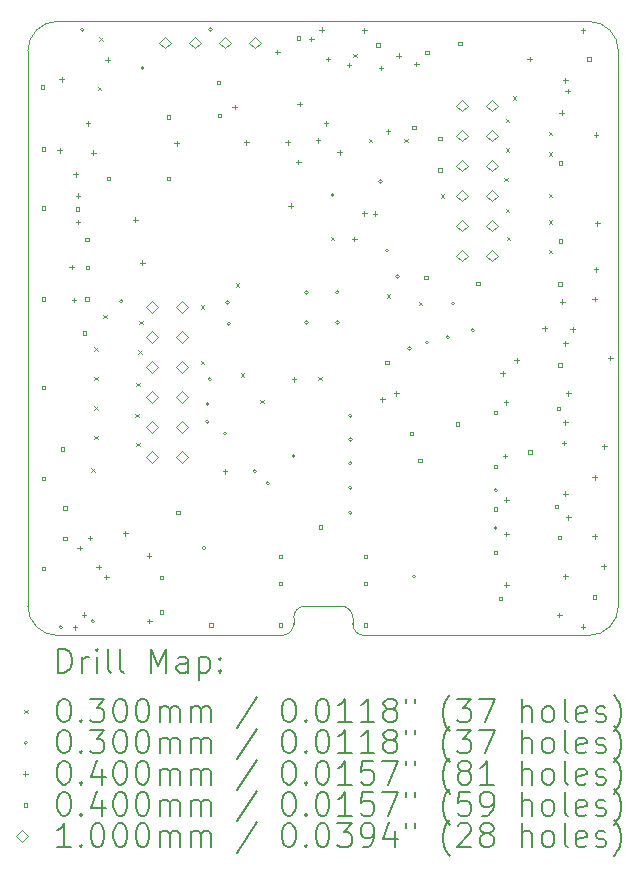
<source format=gbr>
%TF.GenerationSoftware,KiCad,Pcbnew,8.0.8-8.0.8-0~ubuntu22.04.1*%
%TF.CreationDate,2025-02-25T18:12:58-05:00*%
%TF.ProjectId,breakout-qfn,62726561-6b6f-4757-942d-71666e2e6b69,2.0*%
%TF.SameCoordinates,PX2b64660PY42c1d80*%
%TF.FileFunction,Drillmap*%
%TF.FilePolarity,Positive*%
%FSLAX45Y45*%
G04 Gerber Fmt 4.5, Leading zero omitted, Abs format (unit mm)*
G04 Created by KiCad (PCBNEW 8.0.8-8.0.8-0~ubuntu22.04.1) date 2025-02-25 18:12:58*
%MOMM*%
%LPD*%
G01*
G04 APERTURE LIST*
%ADD10C,0.050000*%
%ADD11C,0.200000*%
%ADD12C,0.100000*%
G04 APERTURE END LIST*
D10*
X7300000Y-6900000D02*
X7300000Y-6850000D01*
X7200000Y-6750000D02*
G75*
G02*
X7300000Y-6850000I0J-100000D01*
G01*
X6800000Y-6850000D02*
X6800000Y-6900000D01*
X9300000Y-7000000D02*
X7400000Y-7000000D01*
X4800000Y-7000000D02*
G75*
G02*
X4550000Y-6750000I0J250000D01*
G01*
X4800000Y-1800000D02*
X9300000Y-1800000D01*
X9300000Y-1800000D02*
G75*
G02*
X9550000Y-2050000I0J-250000D01*
G01*
X9550000Y-2050000D02*
X9550000Y-6750000D01*
X7200000Y-6750000D02*
X6900000Y-6750000D01*
X9550000Y-6750000D02*
G75*
G02*
X9300000Y-7000000I-250000J0D01*
G01*
X4550000Y-2050000D02*
G75*
G02*
X4800000Y-1800000I250000J0D01*
G01*
X6800000Y-6900000D02*
G75*
G02*
X6700000Y-7000000I-100000J0D01*
G01*
X7400000Y-7000000D02*
G75*
G02*
X7300000Y-6900000I0J100000D01*
G01*
X6800000Y-6850000D02*
G75*
G02*
X6900000Y-6750000I100000J0D01*
G01*
X4550000Y-6750000D02*
X4550000Y-2050000D01*
X4800000Y-7000000D02*
X6700000Y-7000000D01*
D11*
D12*
X5085000Y-5585000D02*
X5115000Y-5615000D01*
X5115000Y-5585000D02*
X5085000Y-5615000D01*
X5110000Y-4560000D02*
X5140000Y-4590000D01*
X5140000Y-4560000D02*
X5110000Y-4590000D01*
X5110000Y-4810000D02*
X5140000Y-4840000D01*
X5140000Y-4810000D02*
X5110000Y-4840000D01*
X5110000Y-5060000D02*
X5140000Y-5090000D01*
X5140000Y-5060000D02*
X5110000Y-5090000D01*
X5110000Y-5310000D02*
X5140000Y-5340000D01*
X5140000Y-5310000D02*
X5110000Y-5340000D01*
X5140000Y-2355000D02*
X5170000Y-2385000D01*
X5170000Y-2355000D02*
X5140000Y-2385000D01*
X5155000Y-1935000D02*
X5185000Y-1965000D01*
X5185000Y-1935000D02*
X5155000Y-1965000D01*
X5186500Y-4285000D02*
X5216500Y-4315000D01*
X5216500Y-4285000D02*
X5186500Y-4315000D01*
X5457427Y-5121066D02*
X5487427Y-5151066D01*
X5487427Y-5121066D02*
X5457427Y-5151066D01*
X5468018Y-5369419D02*
X5498018Y-5399419D01*
X5498018Y-5369419D02*
X5468018Y-5399419D01*
X5469076Y-4860678D02*
X5499076Y-4890678D01*
X5499076Y-4860678D02*
X5469076Y-4890678D01*
X5486600Y-4585767D02*
X5516600Y-4615767D01*
X5516600Y-4585767D02*
X5486600Y-4615767D01*
X5495000Y-4335000D02*
X5525000Y-4365000D01*
X5525000Y-4335000D02*
X5495000Y-4365000D01*
X6015000Y-4205000D02*
X6045000Y-4235000D01*
X6045000Y-4205000D02*
X6015000Y-4235000D01*
X6015000Y-4675000D02*
X6045000Y-4705000D01*
X6045000Y-4675000D02*
X6015000Y-4705000D01*
X6310000Y-4015809D02*
X6340000Y-4045809D01*
X6340000Y-4015809D02*
X6310000Y-4045809D01*
X6352391Y-4778934D02*
X6382391Y-4808934D01*
X6382391Y-4778934D02*
X6352391Y-4808934D01*
X6515000Y-5005000D02*
X6545000Y-5035000D01*
X6545000Y-5005000D02*
X6515000Y-5035000D01*
X7010000Y-4810000D02*
X7040000Y-4840000D01*
X7040000Y-4810000D02*
X7010000Y-4840000D01*
X7114000Y-3625000D02*
X7144000Y-3655000D01*
X7144000Y-3625000D02*
X7114000Y-3655000D01*
X7305000Y-2075000D02*
X7335000Y-2105000D01*
X7335000Y-2075000D02*
X7305000Y-2105000D01*
X7435000Y-2795000D02*
X7465000Y-2825000D01*
X7465000Y-2795000D02*
X7435000Y-2825000D01*
X7589391Y-4112214D02*
X7619391Y-4142214D01*
X7619391Y-4112214D02*
X7589391Y-4142214D01*
X7735000Y-2795000D02*
X7765000Y-2825000D01*
X7765000Y-2795000D02*
X7735000Y-2825000D01*
X7860000Y-4175000D02*
X7890000Y-4205000D01*
X7890000Y-4175000D02*
X7860000Y-4205000D01*
X8045000Y-3265000D02*
X8075000Y-3295000D01*
X8075000Y-3265000D02*
X8045000Y-3295000D01*
X8585000Y-3125000D02*
X8615000Y-3155000D01*
X8615000Y-3125000D02*
X8585000Y-3155000D01*
X8595000Y-2625000D02*
X8625000Y-2655000D01*
X8625000Y-2625000D02*
X8595000Y-2655000D01*
X8595000Y-2875000D02*
X8625000Y-2905000D01*
X8625000Y-2875000D02*
X8595000Y-2905000D01*
X8595000Y-3385000D02*
X8625000Y-3415000D01*
X8625000Y-3385000D02*
X8595000Y-3415000D01*
X8605000Y-3625000D02*
X8635000Y-3655000D01*
X8635000Y-3625000D02*
X8605000Y-3655000D01*
X8656500Y-2435000D02*
X8686500Y-2465000D01*
X8686500Y-2435000D02*
X8656500Y-2465000D01*
X8960000Y-2735000D02*
X8990000Y-2765000D01*
X8990000Y-2735000D02*
X8960000Y-2765000D01*
X8960000Y-2910000D02*
X8990000Y-2940000D01*
X8990000Y-2910000D02*
X8960000Y-2940000D01*
X8960000Y-3260000D02*
X8990000Y-3290000D01*
X8990000Y-3260000D02*
X8960000Y-3290000D01*
X8960000Y-3485000D02*
X8990000Y-3515000D01*
X8990000Y-3485000D02*
X8960000Y-3515000D01*
X8960000Y-3735000D02*
X8990000Y-3765000D01*
X8990000Y-3735000D02*
X8960000Y-3765000D01*
X4845000Y-6930000D02*
G75*
G02*
X4815000Y-6930000I-15000J0D01*
G01*
X4815000Y-6930000D02*
G75*
G02*
X4845000Y-6930000I15000J0D01*
G01*
X5025000Y-1870000D02*
G75*
G02*
X4995000Y-1870000I-15000J0D01*
G01*
X4995000Y-1870000D02*
G75*
G02*
X5025000Y-1870000I15000J0D01*
G01*
X5115000Y-6880000D02*
G75*
G02*
X5085000Y-6880000I-15000J0D01*
G01*
X5085000Y-6880000D02*
G75*
G02*
X5115000Y-6880000I15000J0D01*
G01*
X5355000Y-4170000D02*
G75*
G02*
X5325000Y-4170000I-15000J0D01*
G01*
X5325000Y-4170000D02*
G75*
G02*
X5355000Y-4170000I15000J0D01*
G01*
X5535000Y-2195000D02*
G75*
G02*
X5505000Y-2195000I-15000J0D01*
G01*
X5505000Y-2195000D02*
G75*
G02*
X5535000Y-2195000I15000J0D01*
G01*
X6055000Y-6260000D02*
G75*
G02*
X6025000Y-6260000I-15000J0D01*
G01*
X6025000Y-6260000D02*
G75*
G02*
X6055000Y-6260000I15000J0D01*
G01*
X6085000Y-5040000D02*
G75*
G02*
X6055000Y-5040000I-15000J0D01*
G01*
X6055000Y-5040000D02*
G75*
G02*
X6085000Y-5040000I15000J0D01*
G01*
X6085000Y-5190000D02*
G75*
G02*
X6055000Y-5190000I-15000J0D01*
G01*
X6055000Y-5190000D02*
G75*
G02*
X6085000Y-5190000I15000J0D01*
G01*
X6105000Y-4830000D02*
G75*
G02*
X6075000Y-4830000I-15000J0D01*
G01*
X6075000Y-4830000D02*
G75*
G02*
X6105000Y-4830000I15000J0D01*
G01*
X6110000Y-1870000D02*
G75*
G02*
X6080000Y-1870000I-15000J0D01*
G01*
X6080000Y-1870000D02*
G75*
G02*
X6110000Y-1870000I15000J0D01*
G01*
X6235000Y-5290000D02*
G75*
G02*
X6205000Y-5290000I-15000J0D01*
G01*
X6205000Y-5290000D02*
G75*
G02*
X6235000Y-5290000I15000J0D01*
G01*
X6255000Y-4180000D02*
G75*
G02*
X6225000Y-4180000I-15000J0D01*
G01*
X6225000Y-4180000D02*
G75*
G02*
X6255000Y-4180000I15000J0D01*
G01*
X6265000Y-4360000D02*
G75*
G02*
X6235000Y-4360000I-15000J0D01*
G01*
X6235000Y-4360000D02*
G75*
G02*
X6265000Y-4360000I15000J0D01*
G01*
X6485000Y-5610000D02*
G75*
G02*
X6455000Y-5610000I-15000J0D01*
G01*
X6455000Y-5610000D02*
G75*
G02*
X6485000Y-5610000I15000J0D01*
G01*
X6595000Y-5710000D02*
G75*
G02*
X6565000Y-5710000I-15000J0D01*
G01*
X6565000Y-5710000D02*
G75*
G02*
X6595000Y-5710000I15000J0D01*
G01*
X6815000Y-5480000D02*
G75*
G02*
X6785000Y-5480000I-15000J0D01*
G01*
X6785000Y-5480000D02*
G75*
G02*
X6815000Y-5480000I15000J0D01*
G01*
X6925000Y-4095000D02*
G75*
G02*
X6895000Y-4095000I-15000J0D01*
G01*
X6895000Y-4095000D02*
G75*
G02*
X6925000Y-4095000I15000J0D01*
G01*
X6925000Y-4350000D02*
G75*
G02*
X6895000Y-4350000I-15000J0D01*
G01*
X6895000Y-4350000D02*
G75*
G02*
X6925000Y-4350000I15000J0D01*
G01*
X7145000Y-3270000D02*
G75*
G02*
X7115000Y-3270000I-15000J0D01*
G01*
X7115000Y-3270000D02*
G75*
G02*
X7145000Y-3270000I15000J0D01*
G01*
X7185000Y-4095000D02*
G75*
G02*
X7155000Y-4095000I-15000J0D01*
G01*
X7155000Y-4095000D02*
G75*
G02*
X7185000Y-4095000I15000J0D01*
G01*
X7185000Y-4350000D02*
G75*
G02*
X7155000Y-4350000I-15000J0D01*
G01*
X7155000Y-4350000D02*
G75*
G02*
X7185000Y-4350000I15000J0D01*
G01*
X7295000Y-5140000D02*
G75*
G02*
X7265000Y-5140000I-15000J0D01*
G01*
X7265000Y-5140000D02*
G75*
G02*
X7295000Y-5140000I15000J0D01*
G01*
X7295000Y-5340000D02*
G75*
G02*
X7265000Y-5340000I-15000J0D01*
G01*
X7265000Y-5340000D02*
G75*
G02*
X7295000Y-5340000I15000J0D01*
G01*
X7295000Y-5540000D02*
G75*
G02*
X7265000Y-5540000I-15000J0D01*
G01*
X7265000Y-5540000D02*
G75*
G02*
X7295000Y-5540000I15000J0D01*
G01*
X7295000Y-5750000D02*
G75*
G02*
X7265000Y-5750000I-15000J0D01*
G01*
X7265000Y-5750000D02*
G75*
G02*
X7295000Y-5750000I15000J0D01*
G01*
X7295000Y-5960000D02*
G75*
G02*
X7265000Y-5960000I-15000J0D01*
G01*
X7265000Y-5960000D02*
G75*
G02*
X7295000Y-5960000I15000J0D01*
G01*
X7550000Y-3155000D02*
G75*
G02*
X7520000Y-3155000I-15000J0D01*
G01*
X7520000Y-3155000D02*
G75*
G02*
X7550000Y-3155000I15000J0D01*
G01*
X7605000Y-3740000D02*
G75*
G02*
X7575000Y-3740000I-15000J0D01*
G01*
X7575000Y-3740000D02*
G75*
G02*
X7605000Y-3740000I15000J0D01*
G01*
X7695000Y-3960000D02*
G75*
G02*
X7665000Y-3960000I-15000J0D01*
G01*
X7665000Y-3960000D02*
G75*
G02*
X7695000Y-3960000I15000J0D01*
G01*
X7795000Y-4570000D02*
G75*
G02*
X7765000Y-4570000I-15000J0D01*
G01*
X7765000Y-4570000D02*
G75*
G02*
X7795000Y-4570000I15000J0D01*
G01*
X7835000Y-6500000D02*
G75*
G02*
X7805000Y-6500000I-15000J0D01*
G01*
X7805000Y-6500000D02*
G75*
G02*
X7835000Y-6500000I15000J0D01*
G01*
X7945000Y-4520000D02*
G75*
G02*
X7915000Y-4520000I-15000J0D01*
G01*
X7915000Y-4520000D02*
G75*
G02*
X7945000Y-4520000I15000J0D01*
G01*
X8120000Y-4475000D02*
G75*
G02*
X8090000Y-4475000I-15000J0D01*
G01*
X8090000Y-4475000D02*
G75*
G02*
X8120000Y-4475000I15000J0D01*
G01*
X8165000Y-4190000D02*
G75*
G02*
X8135000Y-4190000I-15000J0D01*
G01*
X8135000Y-4190000D02*
G75*
G02*
X8165000Y-4190000I15000J0D01*
G01*
X8330000Y-4415000D02*
G75*
G02*
X8300000Y-4415000I-15000J0D01*
G01*
X8300000Y-4415000D02*
G75*
G02*
X8330000Y-4415000I15000J0D01*
G01*
X8525000Y-5770000D02*
G75*
G02*
X8495000Y-5770000I-15000J0D01*
G01*
X8495000Y-5770000D02*
G75*
G02*
X8525000Y-5770000I15000J0D01*
G01*
X8525000Y-6090000D02*
G75*
G02*
X8495000Y-6090000I-15000J0D01*
G01*
X8495000Y-6090000D02*
G75*
G02*
X8525000Y-6090000I15000J0D01*
G01*
X4820000Y-2873000D02*
X4820000Y-2913000D01*
X4800000Y-2893000D02*
X4840000Y-2893000D01*
X4835000Y-2270000D02*
X4835000Y-2310000D01*
X4815000Y-2290000D02*
X4855000Y-2290000D01*
X4920000Y-3860000D02*
X4920000Y-3900000D01*
X4900000Y-3880000D02*
X4940000Y-3880000D01*
X4940000Y-4140000D02*
X4940000Y-4180000D01*
X4920000Y-4160000D02*
X4960000Y-4160000D01*
X4950000Y-6910000D02*
X4950000Y-6950000D01*
X4930000Y-6930000D02*
X4970000Y-6930000D01*
X4955931Y-3074069D02*
X4955931Y-3114069D01*
X4935931Y-3094069D02*
X4975931Y-3094069D01*
X4975000Y-3255000D02*
X4975000Y-3295000D01*
X4955000Y-3275000D02*
X4995000Y-3275000D01*
X4975000Y-3480000D02*
X4975000Y-3520000D01*
X4955000Y-3500000D02*
X4995000Y-3500000D01*
X4987635Y-6238244D02*
X4987635Y-6278244D01*
X4967635Y-6258244D02*
X5007635Y-6258244D01*
X5025000Y-6805000D02*
X5025000Y-6845000D01*
X5005000Y-6825000D02*
X5045000Y-6825000D01*
X5060000Y-2645000D02*
X5060000Y-2685000D01*
X5040000Y-2665000D02*
X5080000Y-2665000D01*
X5075000Y-6155000D02*
X5075000Y-6195000D01*
X5055000Y-6175000D02*
X5095000Y-6175000D01*
X5102689Y-2892710D02*
X5102689Y-2932710D01*
X5082689Y-2912710D02*
X5122689Y-2912710D01*
X5150000Y-6400000D02*
X5150000Y-6440000D01*
X5130000Y-6420000D02*
X5170000Y-6420000D01*
X5215000Y-6485000D02*
X5215000Y-6525000D01*
X5195000Y-6505000D02*
X5235000Y-6505000D01*
X5225000Y-2105000D02*
X5225000Y-2145000D01*
X5205000Y-2125000D02*
X5245000Y-2125000D01*
X5375000Y-6115000D02*
X5375000Y-6155000D01*
X5355000Y-6135000D02*
X5395000Y-6135000D01*
X5460000Y-3460000D02*
X5460000Y-3500000D01*
X5440000Y-3480000D02*
X5480000Y-3480000D01*
X5520000Y-3822500D02*
X5520000Y-3862500D01*
X5500000Y-3842500D02*
X5540000Y-3842500D01*
X5575000Y-6305000D02*
X5575000Y-6345000D01*
X5555000Y-6325000D02*
X5595000Y-6325000D01*
X5578033Y-6858033D02*
X5578033Y-6898033D01*
X5558033Y-6878033D02*
X5598033Y-6878033D01*
X5809000Y-2814000D02*
X5809000Y-2854000D01*
X5789000Y-2834000D02*
X5829000Y-2834000D01*
X6220000Y-5590000D02*
X6220000Y-5630000D01*
X6200000Y-5610000D02*
X6240000Y-5610000D01*
X6300000Y-2505000D02*
X6300000Y-2545000D01*
X6280000Y-2525000D02*
X6320000Y-2525000D01*
X6400000Y-2805000D02*
X6400000Y-2845000D01*
X6380000Y-2825000D02*
X6420000Y-2825000D01*
X6663149Y-2040000D02*
X6663149Y-2080000D01*
X6643149Y-2060000D02*
X6683149Y-2060000D01*
X6750000Y-2805000D02*
X6750000Y-2845000D01*
X6730000Y-2825000D02*
X6770000Y-2825000D01*
X6775000Y-3340000D02*
X6775000Y-3380000D01*
X6755000Y-3360000D02*
X6795000Y-3360000D01*
X6804331Y-4810476D02*
X6804331Y-4850476D01*
X6784331Y-4830476D02*
X6824331Y-4830476D01*
X6840000Y-2971416D02*
X6840000Y-3011416D01*
X6820000Y-2991416D02*
X6860000Y-2991416D01*
X6850000Y-2480000D02*
X6850000Y-2520000D01*
X6830000Y-2500000D02*
X6870000Y-2500000D01*
X6949999Y-1930000D02*
X6949999Y-1970000D01*
X6929999Y-1950000D02*
X6969999Y-1950000D01*
X7006569Y-2786569D02*
X7006569Y-2826569D01*
X6986569Y-2806569D02*
X7026569Y-2806569D01*
X7037071Y-1850000D02*
X7037071Y-1890000D01*
X7017071Y-1870000D02*
X7057071Y-1870000D01*
X7075000Y-2645000D02*
X7075000Y-2685000D01*
X7055000Y-2665000D02*
X7095000Y-2665000D01*
X7090000Y-2100000D02*
X7090000Y-2140000D01*
X7070000Y-2120000D02*
X7110000Y-2120000D01*
X7190000Y-2890000D02*
X7190000Y-2930000D01*
X7170000Y-2910000D02*
X7210000Y-2910000D01*
X7270000Y-2150000D02*
X7270000Y-2190000D01*
X7250000Y-2170000D02*
X7290000Y-2170000D01*
X7314000Y-3622500D02*
X7314000Y-3662500D01*
X7294000Y-3642500D02*
X7334000Y-3642500D01*
X7400000Y-1855000D02*
X7400000Y-1895000D01*
X7380000Y-1875000D02*
X7420000Y-1875000D01*
X7400000Y-3405000D02*
X7400000Y-3445000D01*
X7380000Y-3425000D02*
X7420000Y-3425000D01*
X7490000Y-3410001D02*
X7490000Y-3450001D01*
X7470000Y-3430001D02*
X7510000Y-3430001D01*
X7540000Y-2175000D02*
X7540000Y-2215000D01*
X7520000Y-2195000D02*
X7560000Y-2195000D01*
X7550000Y-4980000D02*
X7550000Y-5020000D01*
X7530000Y-5000000D02*
X7570000Y-5000000D01*
X7600000Y-2712300D02*
X7600000Y-2752300D01*
X7580000Y-2732300D02*
X7620000Y-2732300D01*
X7670000Y-4930000D02*
X7670000Y-4970000D01*
X7650000Y-4950000D02*
X7690000Y-4950000D01*
X7690000Y-2070000D02*
X7690000Y-2110000D01*
X7670000Y-2090000D02*
X7710000Y-2090000D01*
X7837500Y-2142500D02*
X7837500Y-2182500D01*
X7817500Y-2162500D02*
X7857500Y-2162500D01*
X8570000Y-4760000D02*
X8570000Y-4800000D01*
X8550000Y-4780000D02*
X8590000Y-4780000D01*
X8589453Y-5459877D02*
X8589453Y-5499877D01*
X8569453Y-5479877D02*
X8609453Y-5479877D01*
X8596967Y-5005000D02*
X8596967Y-5045000D01*
X8576967Y-5025000D02*
X8616967Y-5025000D01*
X8600000Y-5830000D02*
X8600000Y-5870000D01*
X8580000Y-5850000D02*
X8620000Y-5850000D01*
X8600000Y-6120000D02*
X8600000Y-6160000D01*
X8580000Y-6140000D02*
X8620000Y-6140000D01*
X8600000Y-6548848D02*
X8600000Y-6588848D01*
X8580000Y-6568848D02*
X8620000Y-6568848D01*
X8690000Y-4650000D02*
X8690000Y-4690000D01*
X8670000Y-4670000D02*
X8710000Y-4670000D01*
X8800000Y-2100000D02*
X8800000Y-2140000D01*
X8780000Y-2120000D02*
X8820000Y-2120000D01*
X8925000Y-4380002D02*
X8925000Y-4420002D01*
X8905000Y-4400002D02*
X8945000Y-4400002D01*
X9050000Y-6806000D02*
X9050000Y-6846000D01*
X9030000Y-6826000D02*
X9070000Y-6826000D01*
X9070000Y-2555000D02*
X9070000Y-2595000D01*
X9050000Y-2575000D02*
X9090000Y-2575000D01*
X9075000Y-4155000D02*
X9075000Y-4195000D01*
X9055000Y-4175000D02*
X9095000Y-4175000D01*
X9090000Y-5350000D02*
X9090000Y-5390000D01*
X9070000Y-5370000D02*
X9110000Y-5370000D01*
X9100000Y-2280000D02*
X9100000Y-2320000D01*
X9080000Y-2300000D02*
X9120000Y-2300000D01*
X9100000Y-4505000D02*
X9100000Y-4545000D01*
X9080000Y-4525000D02*
X9120000Y-4525000D01*
X9100000Y-5175000D02*
X9100000Y-5215000D01*
X9080000Y-5195000D02*
X9120000Y-5195000D01*
X9100000Y-5780000D02*
X9100000Y-5820000D01*
X9080000Y-5800000D02*
X9120000Y-5800000D01*
X9100000Y-6480000D02*
X9100000Y-6520000D01*
X9080000Y-6500000D02*
X9120000Y-6500000D01*
X9120000Y-2370000D02*
X9120000Y-2410000D01*
X9100000Y-2390000D02*
X9140000Y-2390000D01*
X9125000Y-4930000D02*
X9125000Y-4970000D01*
X9105000Y-4950000D02*
X9145000Y-4950000D01*
X9125000Y-5980000D02*
X9125000Y-6020000D01*
X9105000Y-6000000D02*
X9145000Y-6000000D01*
X9162366Y-4388244D02*
X9162366Y-4428244D01*
X9142366Y-4408244D02*
X9182366Y-4408244D01*
X9250000Y-1855000D02*
X9250000Y-1895000D01*
X9230000Y-1875000D02*
X9270000Y-1875000D01*
X9250000Y-6905000D02*
X9250000Y-6945000D01*
X9230000Y-6925000D02*
X9270000Y-6925000D01*
X9350000Y-4130000D02*
X9350000Y-4170000D01*
X9330000Y-4150000D02*
X9370000Y-4150000D01*
X9350000Y-5640000D02*
X9350000Y-5680000D01*
X9330000Y-5660000D02*
X9370000Y-5660000D01*
X9350000Y-6141000D02*
X9350000Y-6181000D01*
X9330000Y-6161000D02*
X9370000Y-6161000D01*
X9360000Y-2740000D02*
X9360000Y-2780000D01*
X9340000Y-2760000D02*
X9380000Y-2760000D01*
X9360000Y-3880000D02*
X9360000Y-3920000D01*
X9340000Y-3900000D02*
X9380000Y-3900000D01*
X9370000Y-3490000D02*
X9370000Y-3530000D01*
X9350000Y-3510000D02*
X9390000Y-3510000D01*
X9425000Y-6395000D02*
X9425000Y-6435000D01*
X9405000Y-6415000D02*
X9445000Y-6415000D01*
X9430000Y-5379000D02*
X9430000Y-5419000D01*
X9410000Y-5399000D02*
X9450000Y-5399000D01*
X9480000Y-4630000D02*
X9480000Y-4670000D01*
X9460000Y-4650000D02*
X9500000Y-4650000D01*
X4689142Y-2369142D02*
X4689142Y-2340858D01*
X4660858Y-2340858D01*
X4660858Y-2369142D01*
X4689142Y-2369142D01*
X4694142Y-2894142D02*
X4694142Y-2865858D01*
X4665858Y-2865858D01*
X4665858Y-2894142D01*
X4694142Y-2894142D01*
X4694142Y-3394142D02*
X4694142Y-3365858D01*
X4665858Y-3365858D01*
X4665858Y-3394142D01*
X4694142Y-3394142D01*
X4694142Y-4164142D02*
X4694142Y-4135858D01*
X4665858Y-4135858D01*
X4665858Y-4164142D01*
X4694142Y-4164142D01*
X4694142Y-4914142D02*
X4694142Y-4885858D01*
X4665858Y-4885858D01*
X4665858Y-4914142D01*
X4694142Y-4914142D01*
X4694142Y-5684142D02*
X4694142Y-5655858D01*
X4665858Y-5655858D01*
X4665858Y-5684142D01*
X4694142Y-5684142D01*
X4694142Y-6444142D02*
X4694142Y-6415858D01*
X4665858Y-6415858D01*
X4665858Y-6444142D01*
X4694142Y-6444142D01*
X4859142Y-5434142D02*
X4859142Y-5405858D01*
X4830858Y-5405858D01*
X4830858Y-5434142D01*
X4859142Y-5434142D01*
X4879142Y-5934142D02*
X4879142Y-5905858D01*
X4850858Y-5905858D01*
X4850858Y-5934142D01*
X4879142Y-5934142D01*
X4879142Y-6194142D02*
X4879142Y-6165858D01*
X4850858Y-6165858D01*
X4850858Y-6194142D01*
X4879142Y-6194142D01*
X4984142Y-3404142D02*
X4984142Y-3375858D01*
X4955858Y-3375858D01*
X4955858Y-3404142D01*
X4984142Y-3404142D01*
X5044142Y-4454142D02*
X5044142Y-4425858D01*
X5015858Y-4425858D01*
X5015858Y-4454142D01*
X5044142Y-4454142D01*
X5064142Y-3664142D02*
X5064142Y-3635858D01*
X5035858Y-3635858D01*
X5035858Y-3664142D01*
X5064142Y-3664142D01*
X5064142Y-4164142D02*
X5064142Y-4135858D01*
X5035858Y-4135858D01*
X5035858Y-4164142D01*
X5064142Y-4164142D01*
X5069142Y-3899142D02*
X5069142Y-3870858D01*
X5040858Y-3870858D01*
X5040858Y-3899142D01*
X5069142Y-3899142D01*
X5244142Y-3144142D02*
X5244142Y-3115858D01*
X5215858Y-3115858D01*
X5215858Y-3144142D01*
X5244142Y-3144142D01*
X5694142Y-6524142D02*
X5694142Y-6495858D01*
X5665858Y-6495858D01*
X5665858Y-6524142D01*
X5694142Y-6524142D01*
X5694142Y-6814142D02*
X5694142Y-6785858D01*
X5665858Y-6785858D01*
X5665858Y-6814142D01*
X5694142Y-6814142D01*
X5754142Y-2624142D02*
X5754142Y-2595858D01*
X5725858Y-2595858D01*
X5725858Y-2624142D01*
X5754142Y-2624142D01*
X5754142Y-3144142D02*
X5754142Y-3115858D01*
X5725858Y-3115858D01*
X5725858Y-3144142D01*
X5754142Y-3144142D01*
X5834142Y-5974142D02*
X5834142Y-5945858D01*
X5805858Y-5945858D01*
X5805858Y-5974142D01*
X5834142Y-5974142D01*
X6114142Y-6924142D02*
X6114142Y-6895858D01*
X6085858Y-6895858D01*
X6085858Y-6924142D01*
X6114142Y-6924142D01*
X6179142Y-2334142D02*
X6179142Y-2305858D01*
X6150858Y-2305858D01*
X6150858Y-2334142D01*
X6179142Y-2334142D01*
X6189142Y-2614142D02*
X6189142Y-2585858D01*
X6160858Y-2585858D01*
X6160858Y-2614142D01*
X6189142Y-2614142D01*
X6704142Y-6344142D02*
X6704142Y-6315858D01*
X6675858Y-6315858D01*
X6675858Y-6344142D01*
X6704142Y-6344142D01*
X6704142Y-6574142D02*
X6704142Y-6545858D01*
X6675858Y-6545858D01*
X6675858Y-6574142D01*
X6704142Y-6574142D01*
X6704142Y-6924142D02*
X6704142Y-6895858D01*
X6675858Y-6895858D01*
X6675858Y-6924142D01*
X6704142Y-6924142D01*
X6854142Y-1954142D02*
X6854142Y-1925858D01*
X6825858Y-1925858D01*
X6825858Y-1954142D01*
X6854142Y-1954142D01*
X7044142Y-6094142D02*
X7044142Y-6065858D01*
X7015858Y-6065858D01*
X7015858Y-6094142D01*
X7044142Y-6094142D01*
X7424142Y-6344142D02*
X7424142Y-6315858D01*
X7395858Y-6315858D01*
X7395858Y-6344142D01*
X7424142Y-6344142D01*
X7424142Y-6574142D02*
X7424142Y-6545858D01*
X7395858Y-6545858D01*
X7395858Y-6574142D01*
X7424142Y-6574142D01*
X7424142Y-6924142D02*
X7424142Y-6895858D01*
X7395858Y-6895858D01*
X7395858Y-6924142D01*
X7424142Y-6924142D01*
X7529142Y-2014142D02*
X7529142Y-1985858D01*
X7500858Y-1985858D01*
X7500858Y-2014142D01*
X7529142Y-2014142D01*
X7604142Y-4704142D02*
X7604142Y-4675858D01*
X7575858Y-4675858D01*
X7575858Y-4704142D01*
X7604142Y-4704142D01*
X7814142Y-5304142D02*
X7814142Y-5275858D01*
X7785858Y-5275858D01*
X7785858Y-5304142D01*
X7814142Y-5304142D01*
X7834142Y-2714142D02*
X7834142Y-2685858D01*
X7805858Y-2685858D01*
X7805858Y-2714142D01*
X7834142Y-2714142D01*
X7884142Y-5534142D02*
X7884142Y-5505858D01*
X7855858Y-5505858D01*
X7855858Y-5534142D01*
X7884142Y-5534142D01*
X7934142Y-3984142D02*
X7934142Y-3955858D01*
X7905858Y-3955858D01*
X7905858Y-3984142D01*
X7934142Y-3984142D01*
X7944142Y-2079142D02*
X7944142Y-2050858D01*
X7915858Y-2050858D01*
X7915858Y-2079142D01*
X7944142Y-2079142D01*
X8054142Y-2804142D02*
X8054142Y-2775858D01*
X8025858Y-2775858D01*
X8025858Y-2804142D01*
X8054142Y-2804142D01*
X8054142Y-3074142D02*
X8054142Y-3045858D01*
X8025858Y-3045858D01*
X8025858Y-3074142D01*
X8054142Y-3074142D01*
X8204142Y-5224142D02*
X8204142Y-5195858D01*
X8175858Y-5195858D01*
X8175858Y-5224142D01*
X8204142Y-5224142D01*
X8224142Y-2004142D02*
X8224142Y-1975858D01*
X8195858Y-1975858D01*
X8195858Y-2004142D01*
X8224142Y-2004142D01*
X8374142Y-4034142D02*
X8374142Y-4005858D01*
X8345858Y-4005858D01*
X8345858Y-4034142D01*
X8374142Y-4034142D01*
X8524142Y-5124142D02*
X8524142Y-5095858D01*
X8495858Y-5095858D01*
X8495858Y-5124142D01*
X8524142Y-5124142D01*
X8524142Y-5584142D02*
X8524142Y-5555858D01*
X8495858Y-5555858D01*
X8495858Y-5584142D01*
X8524142Y-5584142D01*
X8524142Y-5944142D02*
X8524142Y-5915858D01*
X8495858Y-5915858D01*
X8495858Y-5944142D01*
X8524142Y-5944142D01*
X8524142Y-6314142D02*
X8524142Y-6285858D01*
X8495858Y-6285858D01*
X8495858Y-6314142D01*
X8524142Y-6314142D01*
X8564142Y-6699142D02*
X8564142Y-6670858D01*
X8535858Y-6670858D01*
X8535858Y-6699142D01*
X8564142Y-6699142D01*
X8814142Y-5459142D02*
X8814142Y-5430858D01*
X8785858Y-5430858D01*
X8785858Y-5459142D01*
X8814142Y-5459142D01*
X9039142Y-5924142D02*
X9039142Y-5895858D01*
X9010858Y-5895858D01*
X9010858Y-5924142D01*
X9039142Y-5924142D01*
X9059142Y-5094142D02*
X9059142Y-5065858D01*
X9030858Y-5065858D01*
X9030858Y-5094142D01*
X9059142Y-5094142D01*
X9064142Y-6184142D02*
X9064142Y-6155858D01*
X9035858Y-6155858D01*
X9035858Y-6184142D01*
X9064142Y-6184142D01*
X9069142Y-4039142D02*
X9069142Y-4010858D01*
X9040858Y-4010858D01*
X9040858Y-4039142D01*
X9069142Y-4039142D01*
X9069142Y-4724142D02*
X9069142Y-4695858D01*
X9040858Y-4695858D01*
X9040858Y-4724142D01*
X9069142Y-4724142D01*
X9074142Y-3014142D02*
X9074142Y-2985858D01*
X9045858Y-2985858D01*
X9045858Y-3014142D01*
X9074142Y-3014142D01*
X9074142Y-3674142D02*
X9074142Y-3645858D01*
X9045858Y-3645858D01*
X9045858Y-3674142D01*
X9074142Y-3674142D01*
X9314142Y-2134142D02*
X9314142Y-2105858D01*
X9285858Y-2105858D01*
X9285858Y-2134142D01*
X9314142Y-2134142D01*
X9359142Y-6689142D02*
X9359142Y-6660858D01*
X9330858Y-6660858D01*
X9330858Y-6689142D01*
X9359142Y-6689142D01*
X5600000Y-4271000D02*
X5650000Y-4221000D01*
X5600000Y-4171000D01*
X5550000Y-4221000D01*
X5600000Y-4271000D01*
X5600000Y-4525000D02*
X5650000Y-4475000D01*
X5600000Y-4425000D01*
X5550000Y-4475000D01*
X5600000Y-4525000D01*
X5600000Y-4779000D02*
X5650000Y-4729000D01*
X5600000Y-4679000D01*
X5550000Y-4729000D01*
X5600000Y-4779000D01*
X5600000Y-5033000D02*
X5650000Y-4983000D01*
X5600000Y-4933000D01*
X5550000Y-4983000D01*
X5600000Y-5033000D01*
X5600000Y-5287000D02*
X5650000Y-5237000D01*
X5600000Y-5187000D01*
X5550000Y-5237000D01*
X5600000Y-5287000D01*
X5600000Y-5541000D02*
X5650000Y-5491000D01*
X5600000Y-5441000D01*
X5550000Y-5491000D01*
X5600000Y-5541000D01*
X5713000Y-2030000D02*
X5763000Y-1980000D01*
X5713000Y-1930000D01*
X5663000Y-1980000D01*
X5713000Y-2030000D01*
X5854000Y-4271000D02*
X5904000Y-4221000D01*
X5854000Y-4171000D01*
X5804000Y-4221000D01*
X5854000Y-4271000D01*
X5854000Y-4525000D02*
X5904000Y-4475000D01*
X5854000Y-4425000D01*
X5804000Y-4475000D01*
X5854000Y-4525000D01*
X5854000Y-4779000D02*
X5904000Y-4729000D01*
X5854000Y-4679000D01*
X5804000Y-4729000D01*
X5854000Y-4779000D01*
X5854000Y-5033000D02*
X5904000Y-4983000D01*
X5854000Y-4933000D01*
X5804000Y-4983000D01*
X5854000Y-5033000D01*
X5854000Y-5287000D02*
X5904000Y-5237000D01*
X5854000Y-5187000D01*
X5804000Y-5237000D01*
X5854000Y-5287000D01*
X5854000Y-5541000D02*
X5904000Y-5491000D01*
X5854000Y-5441000D01*
X5804000Y-5491000D01*
X5854000Y-5541000D01*
X5967000Y-2030000D02*
X6017000Y-1980000D01*
X5967000Y-1930000D01*
X5917000Y-1980000D01*
X5967000Y-2030000D01*
X6221000Y-2030000D02*
X6271000Y-1980000D01*
X6221000Y-1930000D01*
X6171000Y-1980000D01*
X6221000Y-2030000D01*
X6475000Y-2030000D02*
X6525000Y-1980000D01*
X6475000Y-1930000D01*
X6425000Y-1980000D01*
X6475000Y-2030000D01*
X8225000Y-2563000D02*
X8275000Y-2513000D01*
X8225000Y-2463000D01*
X8175000Y-2513000D01*
X8225000Y-2563000D01*
X8225000Y-2817000D02*
X8275000Y-2767000D01*
X8225000Y-2717000D01*
X8175000Y-2767000D01*
X8225000Y-2817000D01*
X8225000Y-3071000D02*
X8275000Y-3021000D01*
X8225000Y-2971000D01*
X8175000Y-3021000D01*
X8225000Y-3071000D01*
X8225000Y-3325000D02*
X8275000Y-3275000D01*
X8225000Y-3225000D01*
X8175000Y-3275000D01*
X8225000Y-3325000D01*
X8225000Y-3579000D02*
X8275000Y-3529000D01*
X8225000Y-3479000D01*
X8175000Y-3529000D01*
X8225000Y-3579000D01*
X8225000Y-3833000D02*
X8275000Y-3783000D01*
X8225000Y-3733000D01*
X8175000Y-3783000D01*
X8225000Y-3833000D01*
X8479000Y-2563000D02*
X8529000Y-2513000D01*
X8479000Y-2463000D01*
X8429000Y-2513000D01*
X8479000Y-2563000D01*
X8479000Y-2817000D02*
X8529000Y-2767000D01*
X8479000Y-2717000D01*
X8429000Y-2767000D01*
X8479000Y-2817000D01*
X8479000Y-3071000D02*
X8529000Y-3021000D01*
X8479000Y-2971000D01*
X8429000Y-3021000D01*
X8479000Y-3071000D01*
X8479000Y-3325000D02*
X8529000Y-3275000D01*
X8479000Y-3225000D01*
X8429000Y-3275000D01*
X8479000Y-3325000D01*
X8479000Y-3579000D02*
X8529000Y-3529000D01*
X8479000Y-3479000D01*
X8429000Y-3529000D01*
X8479000Y-3579000D01*
X8479000Y-3833000D02*
X8529000Y-3783000D01*
X8479000Y-3733000D01*
X8429000Y-3783000D01*
X8479000Y-3833000D01*
D11*
X4808277Y-7313984D02*
X4808277Y-7113984D01*
X4808277Y-7113984D02*
X4855896Y-7113984D01*
X4855896Y-7113984D02*
X4884467Y-7123508D01*
X4884467Y-7123508D02*
X4903515Y-7142555D01*
X4903515Y-7142555D02*
X4913039Y-7161603D01*
X4913039Y-7161603D02*
X4922563Y-7199698D01*
X4922563Y-7199698D02*
X4922563Y-7228269D01*
X4922563Y-7228269D02*
X4913039Y-7266365D01*
X4913039Y-7266365D02*
X4903515Y-7285412D01*
X4903515Y-7285412D02*
X4884467Y-7304460D01*
X4884467Y-7304460D02*
X4855896Y-7313984D01*
X4855896Y-7313984D02*
X4808277Y-7313984D01*
X5008277Y-7313984D02*
X5008277Y-7180650D01*
X5008277Y-7218746D02*
X5017801Y-7199698D01*
X5017801Y-7199698D02*
X5027324Y-7190174D01*
X5027324Y-7190174D02*
X5046372Y-7180650D01*
X5046372Y-7180650D02*
X5065420Y-7180650D01*
X5132086Y-7313984D02*
X5132086Y-7180650D01*
X5132086Y-7113984D02*
X5122563Y-7123508D01*
X5122563Y-7123508D02*
X5132086Y-7133031D01*
X5132086Y-7133031D02*
X5141610Y-7123508D01*
X5141610Y-7123508D02*
X5132086Y-7113984D01*
X5132086Y-7113984D02*
X5132086Y-7133031D01*
X5255896Y-7313984D02*
X5236848Y-7304460D01*
X5236848Y-7304460D02*
X5227324Y-7285412D01*
X5227324Y-7285412D02*
X5227324Y-7113984D01*
X5360658Y-7313984D02*
X5341610Y-7304460D01*
X5341610Y-7304460D02*
X5332086Y-7285412D01*
X5332086Y-7285412D02*
X5332086Y-7113984D01*
X5589229Y-7313984D02*
X5589229Y-7113984D01*
X5589229Y-7113984D02*
X5655896Y-7256841D01*
X5655896Y-7256841D02*
X5722562Y-7113984D01*
X5722562Y-7113984D02*
X5722562Y-7313984D01*
X5903515Y-7313984D02*
X5903515Y-7209222D01*
X5903515Y-7209222D02*
X5893991Y-7190174D01*
X5893991Y-7190174D02*
X5874943Y-7180650D01*
X5874943Y-7180650D02*
X5836848Y-7180650D01*
X5836848Y-7180650D02*
X5817801Y-7190174D01*
X5903515Y-7304460D02*
X5884467Y-7313984D01*
X5884467Y-7313984D02*
X5836848Y-7313984D01*
X5836848Y-7313984D02*
X5817801Y-7304460D01*
X5817801Y-7304460D02*
X5808277Y-7285412D01*
X5808277Y-7285412D02*
X5808277Y-7266365D01*
X5808277Y-7266365D02*
X5817801Y-7247317D01*
X5817801Y-7247317D02*
X5836848Y-7237793D01*
X5836848Y-7237793D02*
X5884467Y-7237793D01*
X5884467Y-7237793D02*
X5903515Y-7228269D01*
X5998753Y-7180650D02*
X5998753Y-7380650D01*
X5998753Y-7190174D02*
X6017801Y-7180650D01*
X6017801Y-7180650D02*
X6055896Y-7180650D01*
X6055896Y-7180650D02*
X6074943Y-7190174D01*
X6074943Y-7190174D02*
X6084467Y-7199698D01*
X6084467Y-7199698D02*
X6093991Y-7218746D01*
X6093991Y-7218746D02*
X6093991Y-7275888D01*
X6093991Y-7275888D02*
X6084467Y-7294936D01*
X6084467Y-7294936D02*
X6074943Y-7304460D01*
X6074943Y-7304460D02*
X6055896Y-7313984D01*
X6055896Y-7313984D02*
X6017801Y-7313984D01*
X6017801Y-7313984D02*
X5998753Y-7304460D01*
X6179705Y-7294936D02*
X6189229Y-7304460D01*
X6189229Y-7304460D02*
X6179705Y-7313984D01*
X6179705Y-7313984D02*
X6170182Y-7304460D01*
X6170182Y-7304460D02*
X6179705Y-7294936D01*
X6179705Y-7294936D02*
X6179705Y-7313984D01*
X6179705Y-7190174D02*
X6189229Y-7199698D01*
X6189229Y-7199698D02*
X6179705Y-7209222D01*
X6179705Y-7209222D02*
X6170182Y-7199698D01*
X6170182Y-7199698D02*
X6179705Y-7190174D01*
X6179705Y-7190174D02*
X6179705Y-7209222D01*
D12*
X4517500Y-7627500D02*
X4547500Y-7657500D01*
X4547500Y-7627500D02*
X4517500Y-7657500D01*
D11*
X4846372Y-7533984D02*
X4865420Y-7533984D01*
X4865420Y-7533984D02*
X4884467Y-7543508D01*
X4884467Y-7543508D02*
X4893991Y-7553031D01*
X4893991Y-7553031D02*
X4903515Y-7572079D01*
X4903515Y-7572079D02*
X4913039Y-7610174D01*
X4913039Y-7610174D02*
X4913039Y-7657793D01*
X4913039Y-7657793D02*
X4903515Y-7695888D01*
X4903515Y-7695888D02*
X4893991Y-7714936D01*
X4893991Y-7714936D02*
X4884467Y-7724460D01*
X4884467Y-7724460D02*
X4865420Y-7733984D01*
X4865420Y-7733984D02*
X4846372Y-7733984D01*
X4846372Y-7733984D02*
X4827324Y-7724460D01*
X4827324Y-7724460D02*
X4817801Y-7714936D01*
X4817801Y-7714936D02*
X4808277Y-7695888D01*
X4808277Y-7695888D02*
X4798753Y-7657793D01*
X4798753Y-7657793D02*
X4798753Y-7610174D01*
X4798753Y-7610174D02*
X4808277Y-7572079D01*
X4808277Y-7572079D02*
X4817801Y-7553031D01*
X4817801Y-7553031D02*
X4827324Y-7543508D01*
X4827324Y-7543508D02*
X4846372Y-7533984D01*
X4998753Y-7714936D02*
X5008277Y-7724460D01*
X5008277Y-7724460D02*
X4998753Y-7733984D01*
X4998753Y-7733984D02*
X4989229Y-7724460D01*
X4989229Y-7724460D02*
X4998753Y-7714936D01*
X4998753Y-7714936D02*
X4998753Y-7733984D01*
X5074944Y-7533984D02*
X5198753Y-7533984D01*
X5198753Y-7533984D02*
X5132086Y-7610174D01*
X5132086Y-7610174D02*
X5160658Y-7610174D01*
X5160658Y-7610174D02*
X5179705Y-7619698D01*
X5179705Y-7619698D02*
X5189229Y-7629222D01*
X5189229Y-7629222D02*
X5198753Y-7648269D01*
X5198753Y-7648269D02*
X5198753Y-7695888D01*
X5198753Y-7695888D02*
X5189229Y-7714936D01*
X5189229Y-7714936D02*
X5179705Y-7724460D01*
X5179705Y-7724460D02*
X5160658Y-7733984D01*
X5160658Y-7733984D02*
X5103515Y-7733984D01*
X5103515Y-7733984D02*
X5084467Y-7724460D01*
X5084467Y-7724460D02*
X5074944Y-7714936D01*
X5322563Y-7533984D02*
X5341610Y-7533984D01*
X5341610Y-7533984D02*
X5360658Y-7543508D01*
X5360658Y-7543508D02*
X5370182Y-7553031D01*
X5370182Y-7553031D02*
X5379705Y-7572079D01*
X5379705Y-7572079D02*
X5389229Y-7610174D01*
X5389229Y-7610174D02*
X5389229Y-7657793D01*
X5389229Y-7657793D02*
X5379705Y-7695888D01*
X5379705Y-7695888D02*
X5370182Y-7714936D01*
X5370182Y-7714936D02*
X5360658Y-7724460D01*
X5360658Y-7724460D02*
X5341610Y-7733984D01*
X5341610Y-7733984D02*
X5322563Y-7733984D01*
X5322563Y-7733984D02*
X5303515Y-7724460D01*
X5303515Y-7724460D02*
X5293991Y-7714936D01*
X5293991Y-7714936D02*
X5284467Y-7695888D01*
X5284467Y-7695888D02*
X5274944Y-7657793D01*
X5274944Y-7657793D02*
X5274944Y-7610174D01*
X5274944Y-7610174D02*
X5284467Y-7572079D01*
X5284467Y-7572079D02*
X5293991Y-7553031D01*
X5293991Y-7553031D02*
X5303515Y-7543508D01*
X5303515Y-7543508D02*
X5322563Y-7533984D01*
X5513039Y-7533984D02*
X5532086Y-7533984D01*
X5532086Y-7533984D02*
X5551134Y-7543508D01*
X5551134Y-7543508D02*
X5560658Y-7553031D01*
X5560658Y-7553031D02*
X5570182Y-7572079D01*
X5570182Y-7572079D02*
X5579705Y-7610174D01*
X5579705Y-7610174D02*
X5579705Y-7657793D01*
X5579705Y-7657793D02*
X5570182Y-7695888D01*
X5570182Y-7695888D02*
X5560658Y-7714936D01*
X5560658Y-7714936D02*
X5551134Y-7724460D01*
X5551134Y-7724460D02*
X5532086Y-7733984D01*
X5532086Y-7733984D02*
X5513039Y-7733984D01*
X5513039Y-7733984D02*
X5493991Y-7724460D01*
X5493991Y-7724460D02*
X5484467Y-7714936D01*
X5484467Y-7714936D02*
X5474944Y-7695888D01*
X5474944Y-7695888D02*
X5465420Y-7657793D01*
X5465420Y-7657793D02*
X5465420Y-7610174D01*
X5465420Y-7610174D02*
X5474944Y-7572079D01*
X5474944Y-7572079D02*
X5484467Y-7553031D01*
X5484467Y-7553031D02*
X5493991Y-7543508D01*
X5493991Y-7543508D02*
X5513039Y-7533984D01*
X5665420Y-7733984D02*
X5665420Y-7600650D01*
X5665420Y-7619698D02*
X5674943Y-7610174D01*
X5674943Y-7610174D02*
X5693991Y-7600650D01*
X5693991Y-7600650D02*
X5722563Y-7600650D01*
X5722563Y-7600650D02*
X5741610Y-7610174D01*
X5741610Y-7610174D02*
X5751134Y-7629222D01*
X5751134Y-7629222D02*
X5751134Y-7733984D01*
X5751134Y-7629222D02*
X5760658Y-7610174D01*
X5760658Y-7610174D02*
X5779705Y-7600650D01*
X5779705Y-7600650D02*
X5808277Y-7600650D01*
X5808277Y-7600650D02*
X5827324Y-7610174D01*
X5827324Y-7610174D02*
X5836848Y-7629222D01*
X5836848Y-7629222D02*
X5836848Y-7733984D01*
X5932086Y-7733984D02*
X5932086Y-7600650D01*
X5932086Y-7619698D02*
X5941610Y-7610174D01*
X5941610Y-7610174D02*
X5960658Y-7600650D01*
X5960658Y-7600650D02*
X5989229Y-7600650D01*
X5989229Y-7600650D02*
X6008277Y-7610174D01*
X6008277Y-7610174D02*
X6017801Y-7629222D01*
X6017801Y-7629222D02*
X6017801Y-7733984D01*
X6017801Y-7629222D02*
X6027324Y-7610174D01*
X6027324Y-7610174D02*
X6046372Y-7600650D01*
X6046372Y-7600650D02*
X6074943Y-7600650D01*
X6074943Y-7600650D02*
X6093991Y-7610174D01*
X6093991Y-7610174D02*
X6103515Y-7629222D01*
X6103515Y-7629222D02*
X6103515Y-7733984D01*
X6493991Y-7524460D02*
X6322563Y-7781603D01*
X6751134Y-7533984D02*
X6770182Y-7533984D01*
X6770182Y-7533984D02*
X6789229Y-7543508D01*
X6789229Y-7543508D02*
X6798753Y-7553031D01*
X6798753Y-7553031D02*
X6808277Y-7572079D01*
X6808277Y-7572079D02*
X6817801Y-7610174D01*
X6817801Y-7610174D02*
X6817801Y-7657793D01*
X6817801Y-7657793D02*
X6808277Y-7695888D01*
X6808277Y-7695888D02*
X6798753Y-7714936D01*
X6798753Y-7714936D02*
X6789229Y-7724460D01*
X6789229Y-7724460D02*
X6770182Y-7733984D01*
X6770182Y-7733984D02*
X6751134Y-7733984D01*
X6751134Y-7733984D02*
X6732086Y-7724460D01*
X6732086Y-7724460D02*
X6722563Y-7714936D01*
X6722563Y-7714936D02*
X6713039Y-7695888D01*
X6713039Y-7695888D02*
X6703515Y-7657793D01*
X6703515Y-7657793D02*
X6703515Y-7610174D01*
X6703515Y-7610174D02*
X6713039Y-7572079D01*
X6713039Y-7572079D02*
X6722563Y-7553031D01*
X6722563Y-7553031D02*
X6732086Y-7543508D01*
X6732086Y-7543508D02*
X6751134Y-7533984D01*
X6903515Y-7714936D02*
X6913039Y-7724460D01*
X6913039Y-7724460D02*
X6903515Y-7733984D01*
X6903515Y-7733984D02*
X6893991Y-7724460D01*
X6893991Y-7724460D02*
X6903515Y-7714936D01*
X6903515Y-7714936D02*
X6903515Y-7733984D01*
X7036848Y-7533984D02*
X7055896Y-7533984D01*
X7055896Y-7533984D02*
X7074944Y-7543508D01*
X7074944Y-7543508D02*
X7084467Y-7553031D01*
X7084467Y-7553031D02*
X7093991Y-7572079D01*
X7093991Y-7572079D02*
X7103515Y-7610174D01*
X7103515Y-7610174D02*
X7103515Y-7657793D01*
X7103515Y-7657793D02*
X7093991Y-7695888D01*
X7093991Y-7695888D02*
X7084467Y-7714936D01*
X7084467Y-7714936D02*
X7074944Y-7724460D01*
X7074944Y-7724460D02*
X7055896Y-7733984D01*
X7055896Y-7733984D02*
X7036848Y-7733984D01*
X7036848Y-7733984D02*
X7017801Y-7724460D01*
X7017801Y-7724460D02*
X7008277Y-7714936D01*
X7008277Y-7714936D02*
X6998753Y-7695888D01*
X6998753Y-7695888D02*
X6989229Y-7657793D01*
X6989229Y-7657793D02*
X6989229Y-7610174D01*
X6989229Y-7610174D02*
X6998753Y-7572079D01*
X6998753Y-7572079D02*
X7008277Y-7553031D01*
X7008277Y-7553031D02*
X7017801Y-7543508D01*
X7017801Y-7543508D02*
X7036848Y-7533984D01*
X7293991Y-7733984D02*
X7179706Y-7733984D01*
X7236848Y-7733984D02*
X7236848Y-7533984D01*
X7236848Y-7533984D02*
X7217801Y-7562555D01*
X7217801Y-7562555D02*
X7198753Y-7581603D01*
X7198753Y-7581603D02*
X7179706Y-7591127D01*
X7484467Y-7733984D02*
X7370182Y-7733984D01*
X7427325Y-7733984D02*
X7427325Y-7533984D01*
X7427325Y-7533984D02*
X7408277Y-7562555D01*
X7408277Y-7562555D02*
X7389229Y-7581603D01*
X7389229Y-7581603D02*
X7370182Y-7591127D01*
X7598753Y-7619698D02*
X7579706Y-7610174D01*
X7579706Y-7610174D02*
X7570182Y-7600650D01*
X7570182Y-7600650D02*
X7560658Y-7581603D01*
X7560658Y-7581603D02*
X7560658Y-7572079D01*
X7560658Y-7572079D02*
X7570182Y-7553031D01*
X7570182Y-7553031D02*
X7579706Y-7543508D01*
X7579706Y-7543508D02*
X7598753Y-7533984D01*
X7598753Y-7533984D02*
X7636848Y-7533984D01*
X7636848Y-7533984D02*
X7655896Y-7543508D01*
X7655896Y-7543508D02*
X7665420Y-7553031D01*
X7665420Y-7553031D02*
X7674944Y-7572079D01*
X7674944Y-7572079D02*
X7674944Y-7581603D01*
X7674944Y-7581603D02*
X7665420Y-7600650D01*
X7665420Y-7600650D02*
X7655896Y-7610174D01*
X7655896Y-7610174D02*
X7636848Y-7619698D01*
X7636848Y-7619698D02*
X7598753Y-7619698D01*
X7598753Y-7619698D02*
X7579706Y-7629222D01*
X7579706Y-7629222D02*
X7570182Y-7638746D01*
X7570182Y-7638746D02*
X7560658Y-7657793D01*
X7560658Y-7657793D02*
X7560658Y-7695888D01*
X7560658Y-7695888D02*
X7570182Y-7714936D01*
X7570182Y-7714936D02*
X7579706Y-7724460D01*
X7579706Y-7724460D02*
X7598753Y-7733984D01*
X7598753Y-7733984D02*
X7636848Y-7733984D01*
X7636848Y-7733984D02*
X7655896Y-7724460D01*
X7655896Y-7724460D02*
X7665420Y-7714936D01*
X7665420Y-7714936D02*
X7674944Y-7695888D01*
X7674944Y-7695888D02*
X7674944Y-7657793D01*
X7674944Y-7657793D02*
X7665420Y-7638746D01*
X7665420Y-7638746D02*
X7655896Y-7629222D01*
X7655896Y-7629222D02*
X7636848Y-7619698D01*
X7751134Y-7533984D02*
X7751134Y-7572079D01*
X7827325Y-7533984D02*
X7827325Y-7572079D01*
X8122563Y-7810174D02*
X8113039Y-7800650D01*
X8113039Y-7800650D02*
X8093991Y-7772079D01*
X8093991Y-7772079D02*
X8084468Y-7753031D01*
X8084468Y-7753031D02*
X8074944Y-7724460D01*
X8074944Y-7724460D02*
X8065420Y-7676841D01*
X8065420Y-7676841D02*
X8065420Y-7638746D01*
X8065420Y-7638746D02*
X8074944Y-7591127D01*
X8074944Y-7591127D02*
X8084468Y-7562555D01*
X8084468Y-7562555D02*
X8093991Y-7543508D01*
X8093991Y-7543508D02*
X8113039Y-7514936D01*
X8113039Y-7514936D02*
X8122563Y-7505412D01*
X8179706Y-7533984D02*
X8303515Y-7533984D01*
X8303515Y-7533984D02*
X8236848Y-7610174D01*
X8236848Y-7610174D02*
X8265420Y-7610174D01*
X8265420Y-7610174D02*
X8284468Y-7619698D01*
X8284468Y-7619698D02*
X8293991Y-7629222D01*
X8293991Y-7629222D02*
X8303515Y-7648269D01*
X8303515Y-7648269D02*
X8303515Y-7695888D01*
X8303515Y-7695888D02*
X8293991Y-7714936D01*
X8293991Y-7714936D02*
X8284468Y-7724460D01*
X8284468Y-7724460D02*
X8265420Y-7733984D01*
X8265420Y-7733984D02*
X8208277Y-7733984D01*
X8208277Y-7733984D02*
X8189229Y-7724460D01*
X8189229Y-7724460D02*
X8179706Y-7714936D01*
X8370182Y-7533984D02*
X8503515Y-7533984D01*
X8503515Y-7533984D02*
X8417801Y-7733984D01*
X8732087Y-7733984D02*
X8732087Y-7533984D01*
X8817801Y-7733984D02*
X8817801Y-7629222D01*
X8817801Y-7629222D02*
X8808277Y-7610174D01*
X8808277Y-7610174D02*
X8789230Y-7600650D01*
X8789230Y-7600650D02*
X8760658Y-7600650D01*
X8760658Y-7600650D02*
X8741611Y-7610174D01*
X8741611Y-7610174D02*
X8732087Y-7619698D01*
X8941611Y-7733984D02*
X8922563Y-7724460D01*
X8922563Y-7724460D02*
X8913039Y-7714936D01*
X8913039Y-7714936D02*
X8903515Y-7695888D01*
X8903515Y-7695888D02*
X8903515Y-7638746D01*
X8903515Y-7638746D02*
X8913039Y-7619698D01*
X8913039Y-7619698D02*
X8922563Y-7610174D01*
X8922563Y-7610174D02*
X8941611Y-7600650D01*
X8941611Y-7600650D02*
X8970182Y-7600650D01*
X8970182Y-7600650D02*
X8989230Y-7610174D01*
X8989230Y-7610174D02*
X8998753Y-7619698D01*
X8998753Y-7619698D02*
X9008277Y-7638746D01*
X9008277Y-7638746D02*
X9008277Y-7695888D01*
X9008277Y-7695888D02*
X8998753Y-7714936D01*
X8998753Y-7714936D02*
X8989230Y-7724460D01*
X8989230Y-7724460D02*
X8970182Y-7733984D01*
X8970182Y-7733984D02*
X8941611Y-7733984D01*
X9122563Y-7733984D02*
X9103515Y-7724460D01*
X9103515Y-7724460D02*
X9093992Y-7705412D01*
X9093992Y-7705412D02*
X9093992Y-7533984D01*
X9274944Y-7724460D02*
X9255896Y-7733984D01*
X9255896Y-7733984D02*
X9217801Y-7733984D01*
X9217801Y-7733984D02*
X9198753Y-7724460D01*
X9198753Y-7724460D02*
X9189230Y-7705412D01*
X9189230Y-7705412D02*
X9189230Y-7629222D01*
X9189230Y-7629222D02*
X9198753Y-7610174D01*
X9198753Y-7610174D02*
X9217801Y-7600650D01*
X9217801Y-7600650D02*
X9255896Y-7600650D01*
X9255896Y-7600650D02*
X9274944Y-7610174D01*
X9274944Y-7610174D02*
X9284468Y-7629222D01*
X9284468Y-7629222D02*
X9284468Y-7648269D01*
X9284468Y-7648269D02*
X9189230Y-7667317D01*
X9360658Y-7724460D02*
X9379706Y-7733984D01*
X9379706Y-7733984D02*
X9417801Y-7733984D01*
X9417801Y-7733984D02*
X9436849Y-7724460D01*
X9436849Y-7724460D02*
X9446373Y-7705412D01*
X9446373Y-7705412D02*
X9446373Y-7695888D01*
X9446373Y-7695888D02*
X9436849Y-7676841D01*
X9436849Y-7676841D02*
X9417801Y-7667317D01*
X9417801Y-7667317D02*
X9389230Y-7667317D01*
X9389230Y-7667317D02*
X9370182Y-7657793D01*
X9370182Y-7657793D02*
X9360658Y-7638746D01*
X9360658Y-7638746D02*
X9360658Y-7629222D01*
X9360658Y-7629222D02*
X9370182Y-7610174D01*
X9370182Y-7610174D02*
X9389230Y-7600650D01*
X9389230Y-7600650D02*
X9417801Y-7600650D01*
X9417801Y-7600650D02*
X9436849Y-7610174D01*
X9513039Y-7810174D02*
X9522563Y-7800650D01*
X9522563Y-7800650D02*
X9541611Y-7772079D01*
X9541611Y-7772079D02*
X9551134Y-7753031D01*
X9551134Y-7753031D02*
X9560658Y-7724460D01*
X9560658Y-7724460D02*
X9570182Y-7676841D01*
X9570182Y-7676841D02*
X9570182Y-7638746D01*
X9570182Y-7638746D02*
X9560658Y-7591127D01*
X9560658Y-7591127D02*
X9551134Y-7562555D01*
X9551134Y-7562555D02*
X9541611Y-7543508D01*
X9541611Y-7543508D02*
X9522563Y-7514936D01*
X9522563Y-7514936D02*
X9513039Y-7505412D01*
D12*
X4547500Y-7906500D02*
G75*
G02*
X4517500Y-7906500I-15000J0D01*
G01*
X4517500Y-7906500D02*
G75*
G02*
X4547500Y-7906500I15000J0D01*
G01*
D11*
X4846372Y-7797984D02*
X4865420Y-7797984D01*
X4865420Y-7797984D02*
X4884467Y-7807508D01*
X4884467Y-7807508D02*
X4893991Y-7817031D01*
X4893991Y-7817031D02*
X4903515Y-7836079D01*
X4903515Y-7836079D02*
X4913039Y-7874174D01*
X4913039Y-7874174D02*
X4913039Y-7921793D01*
X4913039Y-7921793D02*
X4903515Y-7959888D01*
X4903515Y-7959888D02*
X4893991Y-7978936D01*
X4893991Y-7978936D02*
X4884467Y-7988460D01*
X4884467Y-7988460D02*
X4865420Y-7997984D01*
X4865420Y-7997984D02*
X4846372Y-7997984D01*
X4846372Y-7997984D02*
X4827324Y-7988460D01*
X4827324Y-7988460D02*
X4817801Y-7978936D01*
X4817801Y-7978936D02*
X4808277Y-7959888D01*
X4808277Y-7959888D02*
X4798753Y-7921793D01*
X4798753Y-7921793D02*
X4798753Y-7874174D01*
X4798753Y-7874174D02*
X4808277Y-7836079D01*
X4808277Y-7836079D02*
X4817801Y-7817031D01*
X4817801Y-7817031D02*
X4827324Y-7807508D01*
X4827324Y-7807508D02*
X4846372Y-7797984D01*
X4998753Y-7978936D02*
X5008277Y-7988460D01*
X5008277Y-7988460D02*
X4998753Y-7997984D01*
X4998753Y-7997984D02*
X4989229Y-7988460D01*
X4989229Y-7988460D02*
X4998753Y-7978936D01*
X4998753Y-7978936D02*
X4998753Y-7997984D01*
X5074944Y-7797984D02*
X5198753Y-7797984D01*
X5198753Y-7797984D02*
X5132086Y-7874174D01*
X5132086Y-7874174D02*
X5160658Y-7874174D01*
X5160658Y-7874174D02*
X5179705Y-7883698D01*
X5179705Y-7883698D02*
X5189229Y-7893222D01*
X5189229Y-7893222D02*
X5198753Y-7912269D01*
X5198753Y-7912269D02*
X5198753Y-7959888D01*
X5198753Y-7959888D02*
X5189229Y-7978936D01*
X5189229Y-7978936D02*
X5179705Y-7988460D01*
X5179705Y-7988460D02*
X5160658Y-7997984D01*
X5160658Y-7997984D02*
X5103515Y-7997984D01*
X5103515Y-7997984D02*
X5084467Y-7988460D01*
X5084467Y-7988460D02*
X5074944Y-7978936D01*
X5322563Y-7797984D02*
X5341610Y-7797984D01*
X5341610Y-7797984D02*
X5360658Y-7807508D01*
X5360658Y-7807508D02*
X5370182Y-7817031D01*
X5370182Y-7817031D02*
X5379705Y-7836079D01*
X5379705Y-7836079D02*
X5389229Y-7874174D01*
X5389229Y-7874174D02*
X5389229Y-7921793D01*
X5389229Y-7921793D02*
X5379705Y-7959888D01*
X5379705Y-7959888D02*
X5370182Y-7978936D01*
X5370182Y-7978936D02*
X5360658Y-7988460D01*
X5360658Y-7988460D02*
X5341610Y-7997984D01*
X5341610Y-7997984D02*
X5322563Y-7997984D01*
X5322563Y-7997984D02*
X5303515Y-7988460D01*
X5303515Y-7988460D02*
X5293991Y-7978936D01*
X5293991Y-7978936D02*
X5284467Y-7959888D01*
X5284467Y-7959888D02*
X5274944Y-7921793D01*
X5274944Y-7921793D02*
X5274944Y-7874174D01*
X5274944Y-7874174D02*
X5284467Y-7836079D01*
X5284467Y-7836079D02*
X5293991Y-7817031D01*
X5293991Y-7817031D02*
X5303515Y-7807508D01*
X5303515Y-7807508D02*
X5322563Y-7797984D01*
X5513039Y-7797984D02*
X5532086Y-7797984D01*
X5532086Y-7797984D02*
X5551134Y-7807508D01*
X5551134Y-7807508D02*
X5560658Y-7817031D01*
X5560658Y-7817031D02*
X5570182Y-7836079D01*
X5570182Y-7836079D02*
X5579705Y-7874174D01*
X5579705Y-7874174D02*
X5579705Y-7921793D01*
X5579705Y-7921793D02*
X5570182Y-7959888D01*
X5570182Y-7959888D02*
X5560658Y-7978936D01*
X5560658Y-7978936D02*
X5551134Y-7988460D01*
X5551134Y-7988460D02*
X5532086Y-7997984D01*
X5532086Y-7997984D02*
X5513039Y-7997984D01*
X5513039Y-7997984D02*
X5493991Y-7988460D01*
X5493991Y-7988460D02*
X5484467Y-7978936D01*
X5484467Y-7978936D02*
X5474944Y-7959888D01*
X5474944Y-7959888D02*
X5465420Y-7921793D01*
X5465420Y-7921793D02*
X5465420Y-7874174D01*
X5465420Y-7874174D02*
X5474944Y-7836079D01*
X5474944Y-7836079D02*
X5484467Y-7817031D01*
X5484467Y-7817031D02*
X5493991Y-7807508D01*
X5493991Y-7807508D02*
X5513039Y-7797984D01*
X5665420Y-7997984D02*
X5665420Y-7864650D01*
X5665420Y-7883698D02*
X5674943Y-7874174D01*
X5674943Y-7874174D02*
X5693991Y-7864650D01*
X5693991Y-7864650D02*
X5722563Y-7864650D01*
X5722563Y-7864650D02*
X5741610Y-7874174D01*
X5741610Y-7874174D02*
X5751134Y-7893222D01*
X5751134Y-7893222D02*
X5751134Y-7997984D01*
X5751134Y-7893222D02*
X5760658Y-7874174D01*
X5760658Y-7874174D02*
X5779705Y-7864650D01*
X5779705Y-7864650D02*
X5808277Y-7864650D01*
X5808277Y-7864650D02*
X5827324Y-7874174D01*
X5827324Y-7874174D02*
X5836848Y-7893222D01*
X5836848Y-7893222D02*
X5836848Y-7997984D01*
X5932086Y-7997984D02*
X5932086Y-7864650D01*
X5932086Y-7883698D02*
X5941610Y-7874174D01*
X5941610Y-7874174D02*
X5960658Y-7864650D01*
X5960658Y-7864650D02*
X5989229Y-7864650D01*
X5989229Y-7864650D02*
X6008277Y-7874174D01*
X6008277Y-7874174D02*
X6017801Y-7893222D01*
X6017801Y-7893222D02*
X6017801Y-7997984D01*
X6017801Y-7893222D02*
X6027324Y-7874174D01*
X6027324Y-7874174D02*
X6046372Y-7864650D01*
X6046372Y-7864650D02*
X6074943Y-7864650D01*
X6074943Y-7864650D02*
X6093991Y-7874174D01*
X6093991Y-7874174D02*
X6103515Y-7893222D01*
X6103515Y-7893222D02*
X6103515Y-7997984D01*
X6493991Y-7788460D02*
X6322563Y-8045603D01*
X6751134Y-7797984D02*
X6770182Y-7797984D01*
X6770182Y-7797984D02*
X6789229Y-7807508D01*
X6789229Y-7807508D02*
X6798753Y-7817031D01*
X6798753Y-7817031D02*
X6808277Y-7836079D01*
X6808277Y-7836079D02*
X6817801Y-7874174D01*
X6817801Y-7874174D02*
X6817801Y-7921793D01*
X6817801Y-7921793D02*
X6808277Y-7959888D01*
X6808277Y-7959888D02*
X6798753Y-7978936D01*
X6798753Y-7978936D02*
X6789229Y-7988460D01*
X6789229Y-7988460D02*
X6770182Y-7997984D01*
X6770182Y-7997984D02*
X6751134Y-7997984D01*
X6751134Y-7997984D02*
X6732086Y-7988460D01*
X6732086Y-7988460D02*
X6722563Y-7978936D01*
X6722563Y-7978936D02*
X6713039Y-7959888D01*
X6713039Y-7959888D02*
X6703515Y-7921793D01*
X6703515Y-7921793D02*
X6703515Y-7874174D01*
X6703515Y-7874174D02*
X6713039Y-7836079D01*
X6713039Y-7836079D02*
X6722563Y-7817031D01*
X6722563Y-7817031D02*
X6732086Y-7807508D01*
X6732086Y-7807508D02*
X6751134Y-7797984D01*
X6903515Y-7978936D02*
X6913039Y-7988460D01*
X6913039Y-7988460D02*
X6903515Y-7997984D01*
X6903515Y-7997984D02*
X6893991Y-7988460D01*
X6893991Y-7988460D02*
X6903515Y-7978936D01*
X6903515Y-7978936D02*
X6903515Y-7997984D01*
X7036848Y-7797984D02*
X7055896Y-7797984D01*
X7055896Y-7797984D02*
X7074944Y-7807508D01*
X7074944Y-7807508D02*
X7084467Y-7817031D01*
X7084467Y-7817031D02*
X7093991Y-7836079D01*
X7093991Y-7836079D02*
X7103515Y-7874174D01*
X7103515Y-7874174D02*
X7103515Y-7921793D01*
X7103515Y-7921793D02*
X7093991Y-7959888D01*
X7093991Y-7959888D02*
X7084467Y-7978936D01*
X7084467Y-7978936D02*
X7074944Y-7988460D01*
X7074944Y-7988460D02*
X7055896Y-7997984D01*
X7055896Y-7997984D02*
X7036848Y-7997984D01*
X7036848Y-7997984D02*
X7017801Y-7988460D01*
X7017801Y-7988460D02*
X7008277Y-7978936D01*
X7008277Y-7978936D02*
X6998753Y-7959888D01*
X6998753Y-7959888D02*
X6989229Y-7921793D01*
X6989229Y-7921793D02*
X6989229Y-7874174D01*
X6989229Y-7874174D02*
X6998753Y-7836079D01*
X6998753Y-7836079D02*
X7008277Y-7817031D01*
X7008277Y-7817031D02*
X7017801Y-7807508D01*
X7017801Y-7807508D02*
X7036848Y-7797984D01*
X7293991Y-7997984D02*
X7179706Y-7997984D01*
X7236848Y-7997984D02*
X7236848Y-7797984D01*
X7236848Y-7797984D02*
X7217801Y-7826555D01*
X7217801Y-7826555D02*
X7198753Y-7845603D01*
X7198753Y-7845603D02*
X7179706Y-7855127D01*
X7484467Y-7997984D02*
X7370182Y-7997984D01*
X7427325Y-7997984D02*
X7427325Y-7797984D01*
X7427325Y-7797984D02*
X7408277Y-7826555D01*
X7408277Y-7826555D02*
X7389229Y-7845603D01*
X7389229Y-7845603D02*
X7370182Y-7855127D01*
X7598753Y-7883698D02*
X7579706Y-7874174D01*
X7579706Y-7874174D02*
X7570182Y-7864650D01*
X7570182Y-7864650D02*
X7560658Y-7845603D01*
X7560658Y-7845603D02*
X7560658Y-7836079D01*
X7560658Y-7836079D02*
X7570182Y-7817031D01*
X7570182Y-7817031D02*
X7579706Y-7807508D01*
X7579706Y-7807508D02*
X7598753Y-7797984D01*
X7598753Y-7797984D02*
X7636848Y-7797984D01*
X7636848Y-7797984D02*
X7655896Y-7807508D01*
X7655896Y-7807508D02*
X7665420Y-7817031D01*
X7665420Y-7817031D02*
X7674944Y-7836079D01*
X7674944Y-7836079D02*
X7674944Y-7845603D01*
X7674944Y-7845603D02*
X7665420Y-7864650D01*
X7665420Y-7864650D02*
X7655896Y-7874174D01*
X7655896Y-7874174D02*
X7636848Y-7883698D01*
X7636848Y-7883698D02*
X7598753Y-7883698D01*
X7598753Y-7883698D02*
X7579706Y-7893222D01*
X7579706Y-7893222D02*
X7570182Y-7902746D01*
X7570182Y-7902746D02*
X7560658Y-7921793D01*
X7560658Y-7921793D02*
X7560658Y-7959888D01*
X7560658Y-7959888D02*
X7570182Y-7978936D01*
X7570182Y-7978936D02*
X7579706Y-7988460D01*
X7579706Y-7988460D02*
X7598753Y-7997984D01*
X7598753Y-7997984D02*
X7636848Y-7997984D01*
X7636848Y-7997984D02*
X7655896Y-7988460D01*
X7655896Y-7988460D02*
X7665420Y-7978936D01*
X7665420Y-7978936D02*
X7674944Y-7959888D01*
X7674944Y-7959888D02*
X7674944Y-7921793D01*
X7674944Y-7921793D02*
X7665420Y-7902746D01*
X7665420Y-7902746D02*
X7655896Y-7893222D01*
X7655896Y-7893222D02*
X7636848Y-7883698D01*
X7751134Y-7797984D02*
X7751134Y-7836079D01*
X7827325Y-7797984D02*
X7827325Y-7836079D01*
X8122563Y-8074174D02*
X8113039Y-8064650D01*
X8113039Y-8064650D02*
X8093991Y-8036079D01*
X8093991Y-8036079D02*
X8084468Y-8017031D01*
X8084468Y-8017031D02*
X8074944Y-7988460D01*
X8074944Y-7988460D02*
X8065420Y-7940841D01*
X8065420Y-7940841D02*
X8065420Y-7902746D01*
X8065420Y-7902746D02*
X8074944Y-7855127D01*
X8074944Y-7855127D02*
X8084468Y-7826555D01*
X8084468Y-7826555D02*
X8093991Y-7807508D01*
X8093991Y-7807508D02*
X8113039Y-7778936D01*
X8113039Y-7778936D02*
X8122563Y-7769412D01*
X8179706Y-7797984D02*
X8303515Y-7797984D01*
X8303515Y-7797984D02*
X8236848Y-7874174D01*
X8236848Y-7874174D02*
X8265420Y-7874174D01*
X8265420Y-7874174D02*
X8284468Y-7883698D01*
X8284468Y-7883698D02*
X8293991Y-7893222D01*
X8293991Y-7893222D02*
X8303515Y-7912269D01*
X8303515Y-7912269D02*
X8303515Y-7959888D01*
X8303515Y-7959888D02*
X8293991Y-7978936D01*
X8293991Y-7978936D02*
X8284468Y-7988460D01*
X8284468Y-7988460D02*
X8265420Y-7997984D01*
X8265420Y-7997984D02*
X8208277Y-7997984D01*
X8208277Y-7997984D02*
X8189229Y-7988460D01*
X8189229Y-7988460D02*
X8179706Y-7978936D01*
X8370182Y-7797984D02*
X8503515Y-7797984D01*
X8503515Y-7797984D02*
X8417801Y-7997984D01*
X8732087Y-7997984D02*
X8732087Y-7797984D01*
X8817801Y-7997984D02*
X8817801Y-7893222D01*
X8817801Y-7893222D02*
X8808277Y-7874174D01*
X8808277Y-7874174D02*
X8789230Y-7864650D01*
X8789230Y-7864650D02*
X8760658Y-7864650D01*
X8760658Y-7864650D02*
X8741611Y-7874174D01*
X8741611Y-7874174D02*
X8732087Y-7883698D01*
X8941611Y-7997984D02*
X8922563Y-7988460D01*
X8922563Y-7988460D02*
X8913039Y-7978936D01*
X8913039Y-7978936D02*
X8903515Y-7959888D01*
X8903515Y-7959888D02*
X8903515Y-7902746D01*
X8903515Y-7902746D02*
X8913039Y-7883698D01*
X8913039Y-7883698D02*
X8922563Y-7874174D01*
X8922563Y-7874174D02*
X8941611Y-7864650D01*
X8941611Y-7864650D02*
X8970182Y-7864650D01*
X8970182Y-7864650D02*
X8989230Y-7874174D01*
X8989230Y-7874174D02*
X8998753Y-7883698D01*
X8998753Y-7883698D02*
X9008277Y-7902746D01*
X9008277Y-7902746D02*
X9008277Y-7959888D01*
X9008277Y-7959888D02*
X8998753Y-7978936D01*
X8998753Y-7978936D02*
X8989230Y-7988460D01*
X8989230Y-7988460D02*
X8970182Y-7997984D01*
X8970182Y-7997984D02*
X8941611Y-7997984D01*
X9122563Y-7997984D02*
X9103515Y-7988460D01*
X9103515Y-7988460D02*
X9093992Y-7969412D01*
X9093992Y-7969412D02*
X9093992Y-7797984D01*
X9274944Y-7988460D02*
X9255896Y-7997984D01*
X9255896Y-7997984D02*
X9217801Y-7997984D01*
X9217801Y-7997984D02*
X9198753Y-7988460D01*
X9198753Y-7988460D02*
X9189230Y-7969412D01*
X9189230Y-7969412D02*
X9189230Y-7893222D01*
X9189230Y-7893222D02*
X9198753Y-7874174D01*
X9198753Y-7874174D02*
X9217801Y-7864650D01*
X9217801Y-7864650D02*
X9255896Y-7864650D01*
X9255896Y-7864650D02*
X9274944Y-7874174D01*
X9274944Y-7874174D02*
X9284468Y-7893222D01*
X9284468Y-7893222D02*
X9284468Y-7912269D01*
X9284468Y-7912269D02*
X9189230Y-7931317D01*
X9360658Y-7988460D02*
X9379706Y-7997984D01*
X9379706Y-7997984D02*
X9417801Y-7997984D01*
X9417801Y-7997984D02*
X9436849Y-7988460D01*
X9436849Y-7988460D02*
X9446373Y-7969412D01*
X9446373Y-7969412D02*
X9446373Y-7959888D01*
X9446373Y-7959888D02*
X9436849Y-7940841D01*
X9436849Y-7940841D02*
X9417801Y-7931317D01*
X9417801Y-7931317D02*
X9389230Y-7931317D01*
X9389230Y-7931317D02*
X9370182Y-7921793D01*
X9370182Y-7921793D02*
X9360658Y-7902746D01*
X9360658Y-7902746D02*
X9360658Y-7893222D01*
X9360658Y-7893222D02*
X9370182Y-7874174D01*
X9370182Y-7874174D02*
X9389230Y-7864650D01*
X9389230Y-7864650D02*
X9417801Y-7864650D01*
X9417801Y-7864650D02*
X9436849Y-7874174D01*
X9513039Y-8074174D02*
X9522563Y-8064650D01*
X9522563Y-8064650D02*
X9541611Y-8036079D01*
X9541611Y-8036079D02*
X9551134Y-8017031D01*
X9551134Y-8017031D02*
X9560658Y-7988460D01*
X9560658Y-7988460D02*
X9570182Y-7940841D01*
X9570182Y-7940841D02*
X9570182Y-7902746D01*
X9570182Y-7902746D02*
X9560658Y-7855127D01*
X9560658Y-7855127D02*
X9551134Y-7826555D01*
X9551134Y-7826555D02*
X9541611Y-7807508D01*
X9541611Y-7807508D02*
X9522563Y-7778936D01*
X9522563Y-7778936D02*
X9513039Y-7769412D01*
D12*
X4527500Y-8150500D02*
X4527500Y-8190500D01*
X4507500Y-8170500D02*
X4547500Y-8170500D01*
D11*
X4846372Y-8061984D02*
X4865420Y-8061984D01*
X4865420Y-8061984D02*
X4884467Y-8071508D01*
X4884467Y-8071508D02*
X4893991Y-8081031D01*
X4893991Y-8081031D02*
X4903515Y-8100079D01*
X4903515Y-8100079D02*
X4913039Y-8138174D01*
X4913039Y-8138174D02*
X4913039Y-8185793D01*
X4913039Y-8185793D02*
X4903515Y-8223888D01*
X4903515Y-8223888D02*
X4893991Y-8242936D01*
X4893991Y-8242936D02*
X4884467Y-8252460D01*
X4884467Y-8252460D02*
X4865420Y-8261984D01*
X4865420Y-8261984D02*
X4846372Y-8261984D01*
X4846372Y-8261984D02*
X4827324Y-8252460D01*
X4827324Y-8252460D02*
X4817801Y-8242936D01*
X4817801Y-8242936D02*
X4808277Y-8223888D01*
X4808277Y-8223888D02*
X4798753Y-8185793D01*
X4798753Y-8185793D02*
X4798753Y-8138174D01*
X4798753Y-8138174D02*
X4808277Y-8100079D01*
X4808277Y-8100079D02*
X4817801Y-8081031D01*
X4817801Y-8081031D02*
X4827324Y-8071508D01*
X4827324Y-8071508D02*
X4846372Y-8061984D01*
X4998753Y-8242936D02*
X5008277Y-8252460D01*
X5008277Y-8252460D02*
X4998753Y-8261984D01*
X4998753Y-8261984D02*
X4989229Y-8252460D01*
X4989229Y-8252460D02*
X4998753Y-8242936D01*
X4998753Y-8242936D02*
X4998753Y-8261984D01*
X5179705Y-8128650D02*
X5179705Y-8261984D01*
X5132086Y-8052460D02*
X5084467Y-8195317D01*
X5084467Y-8195317D02*
X5208277Y-8195317D01*
X5322563Y-8061984D02*
X5341610Y-8061984D01*
X5341610Y-8061984D02*
X5360658Y-8071508D01*
X5360658Y-8071508D02*
X5370182Y-8081031D01*
X5370182Y-8081031D02*
X5379705Y-8100079D01*
X5379705Y-8100079D02*
X5389229Y-8138174D01*
X5389229Y-8138174D02*
X5389229Y-8185793D01*
X5389229Y-8185793D02*
X5379705Y-8223888D01*
X5379705Y-8223888D02*
X5370182Y-8242936D01*
X5370182Y-8242936D02*
X5360658Y-8252460D01*
X5360658Y-8252460D02*
X5341610Y-8261984D01*
X5341610Y-8261984D02*
X5322563Y-8261984D01*
X5322563Y-8261984D02*
X5303515Y-8252460D01*
X5303515Y-8252460D02*
X5293991Y-8242936D01*
X5293991Y-8242936D02*
X5284467Y-8223888D01*
X5284467Y-8223888D02*
X5274944Y-8185793D01*
X5274944Y-8185793D02*
X5274944Y-8138174D01*
X5274944Y-8138174D02*
X5284467Y-8100079D01*
X5284467Y-8100079D02*
X5293991Y-8081031D01*
X5293991Y-8081031D02*
X5303515Y-8071508D01*
X5303515Y-8071508D02*
X5322563Y-8061984D01*
X5513039Y-8061984D02*
X5532086Y-8061984D01*
X5532086Y-8061984D02*
X5551134Y-8071508D01*
X5551134Y-8071508D02*
X5560658Y-8081031D01*
X5560658Y-8081031D02*
X5570182Y-8100079D01*
X5570182Y-8100079D02*
X5579705Y-8138174D01*
X5579705Y-8138174D02*
X5579705Y-8185793D01*
X5579705Y-8185793D02*
X5570182Y-8223888D01*
X5570182Y-8223888D02*
X5560658Y-8242936D01*
X5560658Y-8242936D02*
X5551134Y-8252460D01*
X5551134Y-8252460D02*
X5532086Y-8261984D01*
X5532086Y-8261984D02*
X5513039Y-8261984D01*
X5513039Y-8261984D02*
X5493991Y-8252460D01*
X5493991Y-8252460D02*
X5484467Y-8242936D01*
X5484467Y-8242936D02*
X5474944Y-8223888D01*
X5474944Y-8223888D02*
X5465420Y-8185793D01*
X5465420Y-8185793D02*
X5465420Y-8138174D01*
X5465420Y-8138174D02*
X5474944Y-8100079D01*
X5474944Y-8100079D02*
X5484467Y-8081031D01*
X5484467Y-8081031D02*
X5493991Y-8071508D01*
X5493991Y-8071508D02*
X5513039Y-8061984D01*
X5665420Y-8261984D02*
X5665420Y-8128650D01*
X5665420Y-8147698D02*
X5674943Y-8138174D01*
X5674943Y-8138174D02*
X5693991Y-8128650D01*
X5693991Y-8128650D02*
X5722563Y-8128650D01*
X5722563Y-8128650D02*
X5741610Y-8138174D01*
X5741610Y-8138174D02*
X5751134Y-8157222D01*
X5751134Y-8157222D02*
X5751134Y-8261984D01*
X5751134Y-8157222D02*
X5760658Y-8138174D01*
X5760658Y-8138174D02*
X5779705Y-8128650D01*
X5779705Y-8128650D02*
X5808277Y-8128650D01*
X5808277Y-8128650D02*
X5827324Y-8138174D01*
X5827324Y-8138174D02*
X5836848Y-8157222D01*
X5836848Y-8157222D02*
X5836848Y-8261984D01*
X5932086Y-8261984D02*
X5932086Y-8128650D01*
X5932086Y-8147698D02*
X5941610Y-8138174D01*
X5941610Y-8138174D02*
X5960658Y-8128650D01*
X5960658Y-8128650D02*
X5989229Y-8128650D01*
X5989229Y-8128650D02*
X6008277Y-8138174D01*
X6008277Y-8138174D02*
X6017801Y-8157222D01*
X6017801Y-8157222D02*
X6017801Y-8261984D01*
X6017801Y-8157222D02*
X6027324Y-8138174D01*
X6027324Y-8138174D02*
X6046372Y-8128650D01*
X6046372Y-8128650D02*
X6074943Y-8128650D01*
X6074943Y-8128650D02*
X6093991Y-8138174D01*
X6093991Y-8138174D02*
X6103515Y-8157222D01*
X6103515Y-8157222D02*
X6103515Y-8261984D01*
X6493991Y-8052460D02*
X6322563Y-8309603D01*
X6751134Y-8061984D02*
X6770182Y-8061984D01*
X6770182Y-8061984D02*
X6789229Y-8071508D01*
X6789229Y-8071508D02*
X6798753Y-8081031D01*
X6798753Y-8081031D02*
X6808277Y-8100079D01*
X6808277Y-8100079D02*
X6817801Y-8138174D01*
X6817801Y-8138174D02*
X6817801Y-8185793D01*
X6817801Y-8185793D02*
X6808277Y-8223888D01*
X6808277Y-8223888D02*
X6798753Y-8242936D01*
X6798753Y-8242936D02*
X6789229Y-8252460D01*
X6789229Y-8252460D02*
X6770182Y-8261984D01*
X6770182Y-8261984D02*
X6751134Y-8261984D01*
X6751134Y-8261984D02*
X6732086Y-8252460D01*
X6732086Y-8252460D02*
X6722563Y-8242936D01*
X6722563Y-8242936D02*
X6713039Y-8223888D01*
X6713039Y-8223888D02*
X6703515Y-8185793D01*
X6703515Y-8185793D02*
X6703515Y-8138174D01*
X6703515Y-8138174D02*
X6713039Y-8100079D01*
X6713039Y-8100079D02*
X6722563Y-8081031D01*
X6722563Y-8081031D02*
X6732086Y-8071508D01*
X6732086Y-8071508D02*
X6751134Y-8061984D01*
X6903515Y-8242936D02*
X6913039Y-8252460D01*
X6913039Y-8252460D02*
X6903515Y-8261984D01*
X6903515Y-8261984D02*
X6893991Y-8252460D01*
X6893991Y-8252460D02*
X6903515Y-8242936D01*
X6903515Y-8242936D02*
X6903515Y-8261984D01*
X7036848Y-8061984D02*
X7055896Y-8061984D01*
X7055896Y-8061984D02*
X7074944Y-8071508D01*
X7074944Y-8071508D02*
X7084467Y-8081031D01*
X7084467Y-8081031D02*
X7093991Y-8100079D01*
X7093991Y-8100079D02*
X7103515Y-8138174D01*
X7103515Y-8138174D02*
X7103515Y-8185793D01*
X7103515Y-8185793D02*
X7093991Y-8223888D01*
X7093991Y-8223888D02*
X7084467Y-8242936D01*
X7084467Y-8242936D02*
X7074944Y-8252460D01*
X7074944Y-8252460D02*
X7055896Y-8261984D01*
X7055896Y-8261984D02*
X7036848Y-8261984D01*
X7036848Y-8261984D02*
X7017801Y-8252460D01*
X7017801Y-8252460D02*
X7008277Y-8242936D01*
X7008277Y-8242936D02*
X6998753Y-8223888D01*
X6998753Y-8223888D02*
X6989229Y-8185793D01*
X6989229Y-8185793D02*
X6989229Y-8138174D01*
X6989229Y-8138174D02*
X6998753Y-8100079D01*
X6998753Y-8100079D02*
X7008277Y-8081031D01*
X7008277Y-8081031D02*
X7017801Y-8071508D01*
X7017801Y-8071508D02*
X7036848Y-8061984D01*
X7293991Y-8261984D02*
X7179706Y-8261984D01*
X7236848Y-8261984D02*
X7236848Y-8061984D01*
X7236848Y-8061984D02*
X7217801Y-8090555D01*
X7217801Y-8090555D02*
X7198753Y-8109603D01*
X7198753Y-8109603D02*
X7179706Y-8119127D01*
X7474944Y-8061984D02*
X7379706Y-8061984D01*
X7379706Y-8061984D02*
X7370182Y-8157222D01*
X7370182Y-8157222D02*
X7379706Y-8147698D01*
X7379706Y-8147698D02*
X7398753Y-8138174D01*
X7398753Y-8138174D02*
X7446372Y-8138174D01*
X7446372Y-8138174D02*
X7465420Y-8147698D01*
X7465420Y-8147698D02*
X7474944Y-8157222D01*
X7474944Y-8157222D02*
X7484467Y-8176269D01*
X7484467Y-8176269D02*
X7484467Y-8223888D01*
X7484467Y-8223888D02*
X7474944Y-8242936D01*
X7474944Y-8242936D02*
X7465420Y-8252460D01*
X7465420Y-8252460D02*
X7446372Y-8261984D01*
X7446372Y-8261984D02*
X7398753Y-8261984D01*
X7398753Y-8261984D02*
X7379706Y-8252460D01*
X7379706Y-8252460D02*
X7370182Y-8242936D01*
X7551134Y-8061984D02*
X7684467Y-8061984D01*
X7684467Y-8061984D02*
X7598753Y-8261984D01*
X7751134Y-8061984D02*
X7751134Y-8100079D01*
X7827325Y-8061984D02*
X7827325Y-8100079D01*
X8122563Y-8338174D02*
X8113039Y-8328650D01*
X8113039Y-8328650D02*
X8093991Y-8300079D01*
X8093991Y-8300079D02*
X8084468Y-8281031D01*
X8084468Y-8281031D02*
X8074944Y-8252460D01*
X8074944Y-8252460D02*
X8065420Y-8204841D01*
X8065420Y-8204841D02*
X8065420Y-8166746D01*
X8065420Y-8166746D02*
X8074944Y-8119127D01*
X8074944Y-8119127D02*
X8084468Y-8090555D01*
X8084468Y-8090555D02*
X8093991Y-8071508D01*
X8093991Y-8071508D02*
X8113039Y-8042936D01*
X8113039Y-8042936D02*
X8122563Y-8033412D01*
X8227325Y-8147698D02*
X8208277Y-8138174D01*
X8208277Y-8138174D02*
X8198753Y-8128650D01*
X8198753Y-8128650D02*
X8189229Y-8109603D01*
X8189229Y-8109603D02*
X8189229Y-8100079D01*
X8189229Y-8100079D02*
X8198753Y-8081031D01*
X8198753Y-8081031D02*
X8208277Y-8071508D01*
X8208277Y-8071508D02*
X8227325Y-8061984D01*
X8227325Y-8061984D02*
X8265420Y-8061984D01*
X8265420Y-8061984D02*
X8284468Y-8071508D01*
X8284468Y-8071508D02*
X8293991Y-8081031D01*
X8293991Y-8081031D02*
X8303515Y-8100079D01*
X8303515Y-8100079D02*
X8303515Y-8109603D01*
X8303515Y-8109603D02*
X8293991Y-8128650D01*
X8293991Y-8128650D02*
X8284468Y-8138174D01*
X8284468Y-8138174D02*
X8265420Y-8147698D01*
X8265420Y-8147698D02*
X8227325Y-8147698D01*
X8227325Y-8147698D02*
X8208277Y-8157222D01*
X8208277Y-8157222D02*
X8198753Y-8166746D01*
X8198753Y-8166746D02*
X8189229Y-8185793D01*
X8189229Y-8185793D02*
X8189229Y-8223888D01*
X8189229Y-8223888D02*
X8198753Y-8242936D01*
X8198753Y-8242936D02*
X8208277Y-8252460D01*
X8208277Y-8252460D02*
X8227325Y-8261984D01*
X8227325Y-8261984D02*
X8265420Y-8261984D01*
X8265420Y-8261984D02*
X8284468Y-8252460D01*
X8284468Y-8252460D02*
X8293991Y-8242936D01*
X8293991Y-8242936D02*
X8303515Y-8223888D01*
X8303515Y-8223888D02*
X8303515Y-8185793D01*
X8303515Y-8185793D02*
X8293991Y-8166746D01*
X8293991Y-8166746D02*
X8284468Y-8157222D01*
X8284468Y-8157222D02*
X8265420Y-8147698D01*
X8493991Y-8261984D02*
X8379706Y-8261984D01*
X8436849Y-8261984D02*
X8436849Y-8061984D01*
X8436849Y-8061984D02*
X8417801Y-8090555D01*
X8417801Y-8090555D02*
X8398753Y-8109603D01*
X8398753Y-8109603D02*
X8379706Y-8119127D01*
X8732087Y-8261984D02*
X8732087Y-8061984D01*
X8817801Y-8261984D02*
X8817801Y-8157222D01*
X8817801Y-8157222D02*
X8808277Y-8138174D01*
X8808277Y-8138174D02*
X8789230Y-8128650D01*
X8789230Y-8128650D02*
X8760658Y-8128650D01*
X8760658Y-8128650D02*
X8741611Y-8138174D01*
X8741611Y-8138174D02*
X8732087Y-8147698D01*
X8941611Y-8261984D02*
X8922563Y-8252460D01*
X8922563Y-8252460D02*
X8913039Y-8242936D01*
X8913039Y-8242936D02*
X8903515Y-8223888D01*
X8903515Y-8223888D02*
X8903515Y-8166746D01*
X8903515Y-8166746D02*
X8913039Y-8147698D01*
X8913039Y-8147698D02*
X8922563Y-8138174D01*
X8922563Y-8138174D02*
X8941611Y-8128650D01*
X8941611Y-8128650D02*
X8970182Y-8128650D01*
X8970182Y-8128650D02*
X8989230Y-8138174D01*
X8989230Y-8138174D02*
X8998753Y-8147698D01*
X8998753Y-8147698D02*
X9008277Y-8166746D01*
X9008277Y-8166746D02*
X9008277Y-8223888D01*
X9008277Y-8223888D02*
X8998753Y-8242936D01*
X8998753Y-8242936D02*
X8989230Y-8252460D01*
X8989230Y-8252460D02*
X8970182Y-8261984D01*
X8970182Y-8261984D02*
X8941611Y-8261984D01*
X9122563Y-8261984D02*
X9103515Y-8252460D01*
X9103515Y-8252460D02*
X9093992Y-8233412D01*
X9093992Y-8233412D02*
X9093992Y-8061984D01*
X9274944Y-8252460D02*
X9255896Y-8261984D01*
X9255896Y-8261984D02*
X9217801Y-8261984D01*
X9217801Y-8261984D02*
X9198753Y-8252460D01*
X9198753Y-8252460D02*
X9189230Y-8233412D01*
X9189230Y-8233412D02*
X9189230Y-8157222D01*
X9189230Y-8157222D02*
X9198753Y-8138174D01*
X9198753Y-8138174D02*
X9217801Y-8128650D01*
X9217801Y-8128650D02*
X9255896Y-8128650D01*
X9255896Y-8128650D02*
X9274944Y-8138174D01*
X9274944Y-8138174D02*
X9284468Y-8157222D01*
X9284468Y-8157222D02*
X9284468Y-8176269D01*
X9284468Y-8176269D02*
X9189230Y-8195317D01*
X9360658Y-8252460D02*
X9379706Y-8261984D01*
X9379706Y-8261984D02*
X9417801Y-8261984D01*
X9417801Y-8261984D02*
X9436849Y-8252460D01*
X9436849Y-8252460D02*
X9446373Y-8233412D01*
X9446373Y-8233412D02*
X9446373Y-8223888D01*
X9446373Y-8223888D02*
X9436849Y-8204841D01*
X9436849Y-8204841D02*
X9417801Y-8195317D01*
X9417801Y-8195317D02*
X9389230Y-8195317D01*
X9389230Y-8195317D02*
X9370182Y-8185793D01*
X9370182Y-8185793D02*
X9360658Y-8166746D01*
X9360658Y-8166746D02*
X9360658Y-8157222D01*
X9360658Y-8157222D02*
X9370182Y-8138174D01*
X9370182Y-8138174D02*
X9389230Y-8128650D01*
X9389230Y-8128650D02*
X9417801Y-8128650D01*
X9417801Y-8128650D02*
X9436849Y-8138174D01*
X9513039Y-8338174D02*
X9522563Y-8328650D01*
X9522563Y-8328650D02*
X9541611Y-8300079D01*
X9541611Y-8300079D02*
X9551134Y-8281031D01*
X9551134Y-8281031D02*
X9560658Y-8252460D01*
X9560658Y-8252460D02*
X9570182Y-8204841D01*
X9570182Y-8204841D02*
X9570182Y-8166746D01*
X9570182Y-8166746D02*
X9560658Y-8119127D01*
X9560658Y-8119127D02*
X9551134Y-8090555D01*
X9551134Y-8090555D02*
X9541611Y-8071508D01*
X9541611Y-8071508D02*
X9522563Y-8042936D01*
X9522563Y-8042936D02*
X9513039Y-8033412D01*
D12*
X4541642Y-8448642D02*
X4541642Y-8420358D01*
X4513358Y-8420358D01*
X4513358Y-8448642D01*
X4541642Y-8448642D01*
D11*
X4846372Y-8325984D02*
X4865420Y-8325984D01*
X4865420Y-8325984D02*
X4884467Y-8335508D01*
X4884467Y-8335508D02*
X4893991Y-8345031D01*
X4893991Y-8345031D02*
X4903515Y-8364079D01*
X4903515Y-8364079D02*
X4913039Y-8402174D01*
X4913039Y-8402174D02*
X4913039Y-8449793D01*
X4913039Y-8449793D02*
X4903515Y-8487889D01*
X4903515Y-8487889D02*
X4893991Y-8506936D01*
X4893991Y-8506936D02*
X4884467Y-8516460D01*
X4884467Y-8516460D02*
X4865420Y-8525984D01*
X4865420Y-8525984D02*
X4846372Y-8525984D01*
X4846372Y-8525984D02*
X4827324Y-8516460D01*
X4827324Y-8516460D02*
X4817801Y-8506936D01*
X4817801Y-8506936D02*
X4808277Y-8487889D01*
X4808277Y-8487889D02*
X4798753Y-8449793D01*
X4798753Y-8449793D02*
X4798753Y-8402174D01*
X4798753Y-8402174D02*
X4808277Y-8364079D01*
X4808277Y-8364079D02*
X4817801Y-8345031D01*
X4817801Y-8345031D02*
X4827324Y-8335508D01*
X4827324Y-8335508D02*
X4846372Y-8325984D01*
X4998753Y-8506936D02*
X5008277Y-8516460D01*
X5008277Y-8516460D02*
X4998753Y-8525984D01*
X4998753Y-8525984D02*
X4989229Y-8516460D01*
X4989229Y-8516460D02*
X4998753Y-8506936D01*
X4998753Y-8506936D02*
X4998753Y-8525984D01*
X5179705Y-8392650D02*
X5179705Y-8525984D01*
X5132086Y-8316460D02*
X5084467Y-8459317D01*
X5084467Y-8459317D02*
X5208277Y-8459317D01*
X5322563Y-8325984D02*
X5341610Y-8325984D01*
X5341610Y-8325984D02*
X5360658Y-8335508D01*
X5360658Y-8335508D02*
X5370182Y-8345031D01*
X5370182Y-8345031D02*
X5379705Y-8364079D01*
X5379705Y-8364079D02*
X5389229Y-8402174D01*
X5389229Y-8402174D02*
X5389229Y-8449793D01*
X5389229Y-8449793D02*
X5379705Y-8487889D01*
X5379705Y-8487889D02*
X5370182Y-8506936D01*
X5370182Y-8506936D02*
X5360658Y-8516460D01*
X5360658Y-8516460D02*
X5341610Y-8525984D01*
X5341610Y-8525984D02*
X5322563Y-8525984D01*
X5322563Y-8525984D02*
X5303515Y-8516460D01*
X5303515Y-8516460D02*
X5293991Y-8506936D01*
X5293991Y-8506936D02*
X5284467Y-8487889D01*
X5284467Y-8487889D02*
X5274944Y-8449793D01*
X5274944Y-8449793D02*
X5274944Y-8402174D01*
X5274944Y-8402174D02*
X5284467Y-8364079D01*
X5284467Y-8364079D02*
X5293991Y-8345031D01*
X5293991Y-8345031D02*
X5303515Y-8335508D01*
X5303515Y-8335508D02*
X5322563Y-8325984D01*
X5513039Y-8325984D02*
X5532086Y-8325984D01*
X5532086Y-8325984D02*
X5551134Y-8335508D01*
X5551134Y-8335508D02*
X5560658Y-8345031D01*
X5560658Y-8345031D02*
X5570182Y-8364079D01*
X5570182Y-8364079D02*
X5579705Y-8402174D01*
X5579705Y-8402174D02*
X5579705Y-8449793D01*
X5579705Y-8449793D02*
X5570182Y-8487889D01*
X5570182Y-8487889D02*
X5560658Y-8506936D01*
X5560658Y-8506936D02*
X5551134Y-8516460D01*
X5551134Y-8516460D02*
X5532086Y-8525984D01*
X5532086Y-8525984D02*
X5513039Y-8525984D01*
X5513039Y-8525984D02*
X5493991Y-8516460D01*
X5493991Y-8516460D02*
X5484467Y-8506936D01*
X5484467Y-8506936D02*
X5474944Y-8487889D01*
X5474944Y-8487889D02*
X5465420Y-8449793D01*
X5465420Y-8449793D02*
X5465420Y-8402174D01*
X5465420Y-8402174D02*
X5474944Y-8364079D01*
X5474944Y-8364079D02*
X5484467Y-8345031D01*
X5484467Y-8345031D02*
X5493991Y-8335508D01*
X5493991Y-8335508D02*
X5513039Y-8325984D01*
X5665420Y-8525984D02*
X5665420Y-8392650D01*
X5665420Y-8411698D02*
X5674943Y-8402174D01*
X5674943Y-8402174D02*
X5693991Y-8392650D01*
X5693991Y-8392650D02*
X5722563Y-8392650D01*
X5722563Y-8392650D02*
X5741610Y-8402174D01*
X5741610Y-8402174D02*
X5751134Y-8421222D01*
X5751134Y-8421222D02*
X5751134Y-8525984D01*
X5751134Y-8421222D02*
X5760658Y-8402174D01*
X5760658Y-8402174D02*
X5779705Y-8392650D01*
X5779705Y-8392650D02*
X5808277Y-8392650D01*
X5808277Y-8392650D02*
X5827324Y-8402174D01*
X5827324Y-8402174D02*
X5836848Y-8421222D01*
X5836848Y-8421222D02*
X5836848Y-8525984D01*
X5932086Y-8525984D02*
X5932086Y-8392650D01*
X5932086Y-8411698D02*
X5941610Y-8402174D01*
X5941610Y-8402174D02*
X5960658Y-8392650D01*
X5960658Y-8392650D02*
X5989229Y-8392650D01*
X5989229Y-8392650D02*
X6008277Y-8402174D01*
X6008277Y-8402174D02*
X6017801Y-8421222D01*
X6017801Y-8421222D02*
X6017801Y-8525984D01*
X6017801Y-8421222D02*
X6027324Y-8402174D01*
X6027324Y-8402174D02*
X6046372Y-8392650D01*
X6046372Y-8392650D02*
X6074943Y-8392650D01*
X6074943Y-8392650D02*
X6093991Y-8402174D01*
X6093991Y-8402174D02*
X6103515Y-8421222D01*
X6103515Y-8421222D02*
X6103515Y-8525984D01*
X6493991Y-8316460D02*
X6322563Y-8573603D01*
X6751134Y-8325984D02*
X6770182Y-8325984D01*
X6770182Y-8325984D02*
X6789229Y-8335508D01*
X6789229Y-8335508D02*
X6798753Y-8345031D01*
X6798753Y-8345031D02*
X6808277Y-8364079D01*
X6808277Y-8364079D02*
X6817801Y-8402174D01*
X6817801Y-8402174D02*
X6817801Y-8449793D01*
X6817801Y-8449793D02*
X6808277Y-8487889D01*
X6808277Y-8487889D02*
X6798753Y-8506936D01*
X6798753Y-8506936D02*
X6789229Y-8516460D01*
X6789229Y-8516460D02*
X6770182Y-8525984D01*
X6770182Y-8525984D02*
X6751134Y-8525984D01*
X6751134Y-8525984D02*
X6732086Y-8516460D01*
X6732086Y-8516460D02*
X6722563Y-8506936D01*
X6722563Y-8506936D02*
X6713039Y-8487889D01*
X6713039Y-8487889D02*
X6703515Y-8449793D01*
X6703515Y-8449793D02*
X6703515Y-8402174D01*
X6703515Y-8402174D02*
X6713039Y-8364079D01*
X6713039Y-8364079D02*
X6722563Y-8345031D01*
X6722563Y-8345031D02*
X6732086Y-8335508D01*
X6732086Y-8335508D02*
X6751134Y-8325984D01*
X6903515Y-8506936D02*
X6913039Y-8516460D01*
X6913039Y-8516460D02*
X6903515Y-8525984D01*
X6903515Y-8525984D02*
X6893991Y-8516460D01*
X6893991Y-8516460D02*
X6903515Y-8506936D01*
X6903515Y-8506936D02*
X6903515Y-8525984D01*
X7036848Y-8325984D02*
X7055896Y-8325984D01*
X7055896Y-8325984D02*
X7074944Y-8335508D01*
X7074944Y-8335508D02*
X7084467Y-8345031D01*
X7084467Y-8345031D02*
X7093991Y-8364079D01*
X7093991Y-8364079D02*
X7103515Y-8402174D01*
X7103515Y-8402174D02*
X7103515Y-8449793D01*
X7103515Y-8449793D02*
X7093991Y-8487889D01*
X7093991Y-8487889D02*
X7084467Y-8506936D01*
X7084467Y-8506936D02*
X7074944Y-8516460D01*
X7074944Y-8516460D02*
X7055896Y-8525984D01*
X7055896Y-8525984D02*
X7036848Y-8525984D01*
X7036848Y-8525984D02*
X7017801Y-8516460D01*
X7017801Y-8516460D02*
X7008277Y-8506936D01*
X7008277Y-8506936D02*
X6998753Y-8487889D01*
X6998753Y-8487889D02*
X6989229Y-8449793D01*
X6989229Y-8449793D02*
X6989229Y-8402174D01*
X6989229Y-8402174D02*
X6998753Y-8364079D01*
X6998753Y-8364079D02*
X7008277Y-8345031D01*
X7008277Y-8345031D02*
X7017801Y-8335508D01*
X7017801Y-8335508D02*
X7036848Y-8325984D01*
X7293991Y-8525984D02*
X7179706Y-8525984D01*
X7236848Y-8525984D02*
X7236848Y-8325984D01*
X7236848Y-8325984D02*
X7217801Y-8354555D01*
X7217801Y-8354555D02*
X7198753Y-8373603D01*
X7198753Y-8373603D02*
X7179706Y-8383127D01*
X7474944Y-8325984D02*
X7379706Y-8325984D01*
X7379706Y-8325984D02*
X7370182Y-8421222D01*
X7370182Y-8421222D02*
X7379706Y-8411698D01*
X7379706Y-8411698D02*
X7398753Y-8402174D01*
X7398753Y-8402174D02*
X7446372Y-8402174D01*
X7446372Y-8402174D02*
X7465420Y-8411698D01*
X7465420Y-8411698D02*
X7474944Y-8421222D01*
X7474944Y-8421222D02*
X7484467Y-8440270D01*
X7484467Y-8440270D02*
X7484467Y-8487889D01*
X7484467Y-8487889D02*
X7474944Y-8506936D01*
X7474944Y-8506936D02*
X7465420Y-8516460D01*
X7465420Y-8516460D02*
X7446372Y-8525984D01*
X7446372Y-8525984D02*
X7398753Y-8525984D01*
X7398753Y-8525984D02*
X7379706Y-8516460D01*
X7379706Y-8516460D02*
X7370182Y-8506936D01*
X7551134Y-8325984D02*
X7684467Y-8325984D01*
X7684467Y-8325984D02*
X7598753Y-8525984D01*
X7751134Y-8325984D02*
X7751134Y-8364079D01*
X7827325Y-8325984D02*
X7827325Y-8364079D01*
X8122563Y-8602174D02*
X8113039Y-8592650D01*
X8113039Y-8592650D02*
X8093991Y-8564079D01*
X8093991Y-8564079D02*
X8084468Y-8545031D01*
X8084468Y-8545031D02*
X8074944Y-8516460D01*
X8074944Y-8516460D02*
X8065420Y-8468841D01*
X8065420Y-8468841D02*
X8065420Y-8430746D01*
X8065420Y-8430746D02*
X8074944Y-8383127D01*
X8074944Y-8383127D02*
X8084468Y-8354555D01*
X8084468Y-8354555D02*
X8093991Y-8335508D01*
X8093991Y-8335508D02*
X8113039Y-8306936D01*
X8113039Y-8306936D02*
X8122563Y-8297412D01*
X8293991Y-8325984D02*
X8198753Y-8325984D01*
X8198753Y-8325984D02*
X8189229Y-8421222D01*
X8189229Y-8421222D02*
X8198753Y-8411698D01*
X8198753Y-8411698D02*
X8217801Y-8402174D01*
X8217801Y-8402174D02*
X8265420Y-8402174D01*
X8265420Y-8402174D02*
X8284468Y-8411698D01*
X8284468Y-8411698D02*
X8293991Y-8421222D01*
X8293991Y-8421222D02*
X8303515Y-8440270D01*
X8303515Y-8440270D02*
X8303515Y-8487889D01*
X8303515Y-8487889D02*
X8293991Y-8506936D01*
X8293991Y-8506936D02*
X8284468Y-8516460D01*
X8284468Y-8516460D02*
X8265420Y-8525984D01*
X8265420Y-8525984D02*
X8217801Y-8525984D01*
X8217801Y-8525984D02*
X8198753Y-8516460D01*
X8198753Y-8516460D02*
X8189229Y-8506936D01*
X8398753Y-8525984D02*
X8436849Y-8525984D01*
X8436849Y-8525984D02*
X8455896Y-8516460D01*
X8455896Y-8516460D02*
X8465420Y-8506936D01*
X8465420Y-8506936D02*
X8484468Y-8478365D01*
X8484468Y-8478365D02*
X8493991Y-8440270D01*
X8493991Y-8440270D02*
X8493991Y-8364079D01*
X8493991Y-8364079D02*
X8484468Y-8345031D01*
X8484468Y-8345031D02*
X8474944Y-8335508D01*
X8474944Y-8335508D02*
X8455896Y-8325984D01*
X8455896Y-8325984D02*
X8417801Y-8325984D01*
X8417801Y-8325984D02*
X8398753Y-8335508D01*
X8398753Y-8335508D02*
X8389230Y-8345031D01*
X8389230Y-8345031D02*
X8379706Y-8364079D01*
X8379706Y-8364079D02*
X8379706Y-8411698D01*
X8379706Y-8411698D02*
X8389230Y-8430746D01*
X8389230Y-8430746D02*
X8398753Y-8440270D01*
X8398753Y-8440270D02*
X8417801Y-8449793D01*
X8417801Y-8449793D02*
X8455896Y-8449793D01*
X8455896Y-8449793D02*
X8474944Y-8440270D01*
X8474944Y-8440270D02*
X8484468Y-8430746D01*
X8484468Y-8430746D02*
X8493991Y-8411698D01*
X8732087Y-8525984D02*
X8732087Y-8325984D01*
X8817801Y-8525984D02*
X8817801Y-8421222D01*
X8817801Y-8421222D02*
X8808277Y-8402174D01*
X8808277Y-8402174D02*
X8789230Y-8392650D01*
X8789230Y-8392650D02*
X8760658Y-8392650D01*
X8760658Y-8392650D02*
X8741611Y-8402174D01*
X8741611Y-8402174D02*
X8732087Y-8411698D01*
X8941611Y-8525984D02*
X8922563Y-8516460D01*
X8922563Y-8516460D02*
X8913039Y-8506936D01*
X8913039Y-8506936D02*
X8903515Y-8487889D01*
X8903515Y-8487889D02*
X8903515Y-8430746D01*
X8903515Y-8430746D02*
X8913039Y-8411698D01*
X8913039Y-8411698D02*
X8922563Y-8402174D01*
X8922563Y-8402174D02*
X8941611Y-8392650D01*
X8941611Y-8392650D02*
X8970182Y-8392650D01*
X8970182Y-8392650D02*
X8989230Y-8402174D01*
X8989230Y-8402174D02*
X8998753Y-8411698D01*
X8998753Y-8411698D02*
X9008277Y-8430746D01*
X9008277Y-8430746D02*
X9008277Y-8487889D01*
X9008277Y-8487889D02*
X8998753Y-8506936D01*
X8998753Y-8506936D02*
X8989230Y-8516460D01*
X8989230Y-8516460D02*
X8970182Y-8525984D01*
X8970182Y-8525984D02*
X8941611Y-8525984D01*
X9122563Y-8525984D02*
X9103515Y-8516460D01*
X9103515Y-8516460D02*
X9093992Y-8497412D01*
X9093992Y-8497412D02*
X9093992Y-8325984D01*
X9274944Y-8516460D02*
X9255896Y-8525984D01*
X9255896Y-8525984D02*
X9217801Y-8525984D01*
X9217801Y-8525984D02*
X9198753Y-8516460D01*
X9198753Y-8516460D02*
X9189230Y-8497412D01*
X9189230Y-8497412D02*
X9189230Y-8421222D01*
X9189230Y-8421222D02*
X9198753Y-8402174D01*
X9198753Y-8402174D02*
X9217801Y-8392650D01*
X9217801Y-8392650D02*
X9255896Y-8392650D01*
X9255896Y-8392650D02*
X9274944Y-8402174D01*
X9274944Y-8402174D02*
X9284468Y-8421222D01*
X9284468Y-8421222D02*
X9284468Y-8440270D01*
X9284468Y-8440270D02*
X9189230Y-8459317D01*
X9360658Y-8516460D02*
X9379706Y-8525984D01*
X9379706Y-8525984D02*
X9417801Y-8525984D01*
X9417801Y-8525984D02*
X9436849Y-8516460D01*
X9436849Y-8516460D02*
X9446373Y-8497412D01*
X9446373Y-8497412D02*
X9446373Y-8487889D01*
X9446373Y-8487889D02*
X9436849Y-8468841D01*
X9436849Y-8468841D02*
X9417801Y-8459317D01*
X9417801Y-8459317D02*
X9389230Y-8459317D01*
X9389230Y-8459317D02*
X9370182Y-8449793D01*
X9370182Y-8449793D02*
X9360658Y-8430746D01*
X9360658Y-8430746D02*
X9360658Y-8421222D01*
X9360658Y-8421222D02*
X9370182Y-8402174D01*
X9370182Y-8402174D02*
X9389230Y-8392650D01*
X9389230Y-8392650D02*
X9417801Y-8392650D01*
X9417801Y-8392650D02*
X9436849Y-8402174D01*
X9513039Y-8602174D02*
X9522563Y-8592650D01*
X9522563Y-8592650D02*
X9541611Y-8564079D01*
X9541611Y-8564079D02*
X9551134Y-8545031D01*
X9551134Y-8545031D02*
X9560658Y-8516460D01*
X9560658Y-8516460D02*
X9570182Y-8468841D01*
X9570182Y-8468841D02*
X9570182Y-8430746D01*
X9570182Y-8430746D02*
X9560658Y-8383127D01*
X9560658Y-8383127D02*
X9551134Y-8354555D01*
X9551134Y-8354555D02*
X9541611Y-8335508D01*
X9541611Y-8335508D02*
X9522563Y-8306936D01*
X9522563Y-8306936D02*
X9513039Y-8297412D01*
D12*
X4497500Y-8748500D02*
X4547500Y-8698500D01*
X4497500Y-8648500D01*
X4447500Y-8698500D01*
X4497500Y-8748500D01*
D11*
X4913039Y-8789984D02*
X4798753Y-8789984D01*
X4855896Y-8789984D02*
X4855896Y-8589984D01*
X4855896Y-8589984D02*
X4836848Y-8618555D01*
X4836848Y-8618555D02*
X4817801Y-8637603D01*
X4817801Y-8637603D02*
X4798753Y-8647127D01*
X4998753Y-8770936D02*
X5008277Y-8780460D01*
X5008277Y-8780460D02*
X4998753Y-8789984D01*
X4998753Y-8789984D02*
X4989229Y-8780460D01*
X4989229Y-8780460D02*
X4998753Y-8770936D01*
X4998753Y-8770936D02*
X4998753Y-8789984D01*
X5132086Y-8589984D02*
X5151134Y-8589984D01*
X5151134Y-8589984D02*
X5170182Y-8599508D01*
X5170182Y-8599508D02*
X5179705Y-8609031D01*
X5179705Y-8609031D02*
X5189229Y-8628079D01*
X5189229Y-8628079D02*
X5198753Y-8666174D01*
X5198753Y-8666174D02*
X5198753Y-8713793D01*
X5198753Y-8713793D02*
X5189229Y-8751889D01*
X5189229Y-8751889D02*
X5179705Y-8770936D01*
X5179705Y-8770936D02*
X5170182Y-8780460D01*
X5170182Y-8780460D02*
X5151134Y-8789984D01*
X5151134Y-8789984D02*
X5132086Y-8789984D01*
X5132086Y-8789984D02*
X5113039Y-8780460D01*
X5113039Y-8780460D02*
X5103515Y-8770936D01*
X5103515Y-8770936D02*
X5093991Y-8751889D01*
X5093991Y-8751889D02*
X5084467Y-8713793D01*
X5084467Y-8713793D02*
X5084467Y-8666174D01*
X5084467Y-8666174D02*
X5093991Y-8628079D01*
X5093991Y-8628079D02*
X5103515Y-8609031D01*
X5103515Y-8609031D02*
X5113039Y-8599508D01*
X5113039Y-8599508D02*
X5132086Y-8589984D01*
X5322563Y-8589984D02*
X5341610Y-8589984D01*
X5341610Y-8589984D02*
X5360658Y-8599508D01*
X5360658Y-8599508D02*
X5370182Y-8609031D01*
X5370182Y-8609031D02*
X5379705Y-8628079D01*
X5379705Y-8628079D02*
X5389229Y-8666174D01*
X5389229Y-8666174D02*
X5389229Y-8713793D01*
X5389229Y-8713793D02*
X5379705Y-8751889D01*
X5379705Y-8751889D02*
X5370182Y-8770936D01*
X5370182Y-8770936D02*
X5360658Y-8780460D01*
X5360658Y-8780460D02*
X5341610Y-8789984D01*
X5341610Y-8789984D02*
X5322563Y-8789984D01*
X5322563Y-8789984D02*
X5303515Y-8780460D01*
X5303515Y-8780460D02*
X5293991Y-8770936D01*
X5293991Y-8770936D02*
X5284467Y-8751889D01*
X5284467Y-8751889D02*
X5274944Y-8713793D01*
X5274944Y-8713793D02*
X5274944Y-8666174D01*
X5274944Y-8666174D02*
X5284467Y-8628079D01*
X5284467Y-8628079D02*
X5293991Y-8609031D01*
X5293991Y-8609031D02*
X5303515Y-8599508D01*
X5303515Y-8599508D02*
X5322563Y-8589984D01*
X5513039Y-8589984D02*
X5532086Y-8589984D01*
X5532086Y-8589984D02*
X5551134Y-8599508D01*
X5551134Y-8599508D02*
X5560658Y-8609031D01*
X5560658Y-8609031D02*
X5570182Y-8628079D01*
X5570182Y-8628079D02*
X5579705Y-8666174D01*
X5579705Y-8666174D02*
X5579705Y-8713793D01*
X5579705Y-8713793D02*
X5570182Y-8751889D01*
X5570182Y-8751889D02*
X5560658Y-8770936D01*
X5560658Y-8770936D02*
X5551134Y-8780460D01*
X5551134Y-8780460D02*
X5532086Y-8789984D01*
X5532086Y-8789984D02*
X5513039Y-8789984D01*
X5513039Y-8789984D02*
X5493991Y-8780460D01*
X5493991Y-8780460D02*
X5484467Y-8770936D01*
X5484467Y-8770936D02*
X5474944Y-8751889D01*
X5474944Y-8751889D02*
X5465420Y-8713793D01*
X5465420Y-8713793D02*
X5465420Y-8666174D01*
X5465420Y-8666174D02*
X5474944Y-8628079D01*
X5474944Y-8628079D02*
X5484467Y-8609031D01*
X5484467Y-8609031D02*
X5493991Y-8599508D01*
X5493991Y-8599508D02*
X5513039Y-8589984D01*
X5665420Y-8789984D02*
X5665420Y-8656650D01*
X5665420Y-8675698D02*
X5674943Y-8666174D01*
X5674943Y-8666174D02*
X5693991Y-8656650D01*
X5693991Y-8656650D02*
X5722563Y-8656650D01*
X5722563Y-8656650D02*
X5741610Y-8666174D01*
X5741610Y-8666174D02*
X5751134Y-8685222D01*
X5751134Y-8685222D02*
X5751134Y-8789984D01*
X5751134Y-8685222D02*
X5760658Y-8666174D01*
X5760658Y-8666174D02*
X5779705Y-8656650D01*
X5779705Y-8656650D02*
X5808277Y-8656650D01*
X5808277Y-8656650D02*
X5827324Y-8666174D01*
X5827324Y-8666174D02*
X5836848Y-8685222D01*
X5836848Y-8685222D02*
X5836848Y-8789984D01*
X5932086Y-8789984D02*
X5932086Y-8656650D01*
X5932086Y-8675698D02*
X5941610Y-8666174D01*
X5941610Y-8666174D02*
X5960658Y-8656650D01*
X5960658Y-8656650D02*
X5989229Y-8656650D01*
X5989229Y-8656650D02*
X6008277Y-8666174D01*
X6008277Y-8666174D02*
X6017801Y-8685222D01*
X6017801Y-8685222D02*
X6017801Y-8789984D01*
X6017801Y-8685222D02*
X6027324Y-8666174D01*
X6027324Y-8666174D02*
X6046372Y-8656650D01*
X6046372Y-8656650D02*
X6074943Y-8656650D01*
X6074943Y-8656650D02*
X6093991Y-8666174D01*
X6093991Y-8666174D02*
X6103515Y-8685222D01*
X6103515Y-8685222D02*
X6103515Y-8789984D01*
X6493991Y-8580460D02*
X6322563Y-8837603D01*
X6751134Y-8589984D02*
X6770182Y-8589984D01*
X6770182Y-8589984D02*
X6789229Y-8599508D01*
X6789229Y-8599508D02*
X6798753Y-8609031D01*
X6798753Y-8609031D02*
X6808277Y-8628079D01*
X6808277Y-8628079D02*
X6817801Y-8666174D01*
X6817801Y-8666174D02*
X6817801Y-8713793D01*
X6817801Y-8713793D02*
X6808277Y-8751889D01*
X6808277Y-8751889D02*
X6798753Y-8770936D01*
X6798753Y-8770936D02*
X6789229Y-8780460D01*
X6789229Y-8780460D02*
X6770182Y-8789984D01*
X6770182Y-8789984D02*
X6751134Y-8789984D01*
X6751134Y-8789984D02*
X6732086Y-8780460D01*
X6732086Y-8780460D02*
X6722563Y-8770936D01*
X6722563Y-8770936D02*
X6713039Y-8751889D01*
X6713039Y-8751889D02*
X6703515Y-8713793D01*
X6703515Y-8713793D02*
X6703515Y-8666174D01*
X6703515Y-8666174D02*
X6713039Y-8628079D01*
X6713039Y-8628079D02*
X6722563Y-8609031D01*
X6722563Y-8609031D02*
X6732086Y-8599508D01*
X6732086Y-8599508D02*
X6751134Y-8589984D01*
X6903515Y-8770936D02*
X6913039Y-8780460D01*
X6913039Y-8780460D02*
X6903515Y-8789984D01*
X6903515Y-8789984D02*
X6893991Y-8780460D01*
X6893991Y-8780460D02*
X6903515Y-8770936D01*
X6903515Y-8770936D02*
X6903515Y-8789984D01*
X7036848Y-8589984D02*
X7055896Y-8589984D01*
X7055896Y-8589984D02*
X7074944Y-8599508D01*
X7074944Y-8599508D02*
X7084467Y-8609031D01*
X7084467Y-8609031D02*
X7093991Y-8628079D01*
X7093991Y-8628079D02*
X7103515Y-8666174D01*
X7103515Y-8666174D02*
X7103515Y-8713793D01*
X7103515Y-8713793D02*
X7093991Y-8751889D01*
X7093991Y-8751889D02*
X7084467Y-8770936D01*
X7084467Y-8770936D02*
X7074944Y-8780460D01*
X7074944Y-8780460D02*
X7055896Y-8789984D01*
X7055896Y-8789984D02*
X7036848Y-8789984D01*
X7036848Y-8789984D02*
X7017801Y-8780460D01*
X7017801Y-8780460D02*
X7008277Y-8770936D01*
X7008277Y-8770936D02*
X6998753Y-8751889D01*
X6998753Y-8751889D02*
X6989229Y-8713793D01*
X6989229Y-8713793D02*
X6989229Y-8666174D01*
X6989229Y-8666174D02*
X6998753Y-8628079D01*
X6998753Y-8628079D02*
X7008277Y-8609031D01*
X7008277Y-8609031D02*
X7017801Y-8599508D01*
X7017801Y-8599508D02*
X7036848Y-8589984D01*
X7170182Y-8589984D02*
X7293991Y-8589984D01*
X7293991Y-8589984D02*
X7227325Y-8666174D01*
X7227325Y-8666174D02*
X7255896Y-8666174D01*
X7255896Y-8666174D02*
X7274944Y-8675698D01*
X7274944Y-8675698D02*
X7284467Y-8685222D01*
X7284467Y-8685222D02*
X7293991Y-8704270D01*
X7293991Y-8704270D02*
X7293991Y-8751889D01*
X7293991Y-8751889D02*
X7284467Y-8770936D01*
X7284467Y-8770936D02*
X7274944Y-8780460D01*
X7274944Y-8780460D02*
X7255896Y-8789984D01*
X7255896Y-8789984D02*
X7198753Y-8789984D01*
X7198753Y-8789984D02*
X7179706Y-8780460D01*
X7179706Y-8780460D02*
X7170182Y-8770936D01*
X7389229Y-8789984D02*
X7427325Y-8789984D01*
X7427325Y-8789984D02*
X7446372Y-8780460D01*
X7446372Y-8780460D02*
X7455896Y-8770936D01*
X7455896Y-8770936D02*
X7474944Y-8742365D01*
X7474944Y-8742365D02*
X7484467Y-8704270D01*
X7484467Y-8704270D02*
X7484467Y-8628079D01*
X7484467Y-8628079D02*
X7474944Y-8609031D01*
X7474944Y-8609031D02*
X7465420Y-8599508D01*
X7465420Y-8599508D02*
X7446372Y-8589984D01*
X7446372Y-8589984D02*
X7408277Y-8589984D01*
X7408277Y-8589984D02*
X7389229Y-8599508D01*
X7389229Y-8599508D02*
X7379706Y-8609031D01*
X7379706Y-8609031D02*
X7370182Y-8628079D01*
X7370182Y-8628079D02*
X7370182Y-8675698D01*
X7370182Y-8675698D02*
X7379706Y-8694746D01*
X7379706Y-8694746D02*
X7389229Y-8704270D01*
X7389229Y-8704270D02*
X7408277Y-8713793D01*
X7408277Y-8713793D02*
X7446372Y-8713793D01*
X7446372Y-8713793D02*
X7465420Y-8704270D01*
X7465420Y-8704270D02*
X7474944Y-8694746D01*
X7474944Y-8694746D02*
X7484467Y-8675698D01*
X7655896Y-8656650D02*
X7655896Y-8789984D01*
X7608277Y-8580460D02*
X7560658Y-8723317D01*
X7560658Y-8723317D02*
X7684467Y-8723317D01*
X7751134Y-8589984D02*
X7751134Y-8628079D01*
X7827325Y-8589984D02*
X7827325Y-8628079D01*
X8122563Y-8866174D02*
X8113039Y-8856650D01*
X8113039Y-8856650D02*
X8093991Y-8828079D01*
X8093991Y-8828079D02*
X8084468Y-8809031D01*
X8084468Y-8809031D02*
X8074944Y-8780460D01*
X8074944Y-8780460D02*
X8065420Y-8732841D01*
X8065420Y-8732841D02*
X8065420Y-8694746D01*
X8065420Y-8694746D02*
X8074944Y-8647127D01*
X8074944Y-8647127D02*
X8084468Y-8618555D01*
X8084468Y-8618555D02*
X8093991Y-8599508D01*
X8093991Y-8599508D02*
X8113039Y-8570936D01*
X8113039Y-8570936D02*
X8122563Y-8561412D01*
X8189229Y-8609031D02*
X8198753Y-8599508D01*
X8198753Y-8599508D02*
X8217801Y-8589984D01*
X8217801Y-8589984D02*
X8265420Y-8589984D01*
X8265420Y-8589984D02*
X8284468Y-8599508D01*
X8284468Y-8599508D02*
X8293991Y-8609031D01*
X8293991Y-8609031D02*
X8303515Y-8628079D01*
X8303515Y-8628079D02*
X8303515Y-8647127D01*
X8303515Y-8647127D02*
X8293991Y-8675698D01*
X8293991Y-8675698D02*
X8179706Y-8789984D01*
X8179706Y-8789984D02*
X8303515Y-8789984D01*
X8417801Y-8675698D02*
X8398753Y-8666174D01*
X8398753Y-8666174D02*
X8389230Y-8656650D01*
X8389230Y-8656650D02*
X8379706Y-8637603D01*
X8379706Y-8637603D02*
X8379706Y-8628079D01*
X8379706Y-8628079D02*
X8389230Y-8609031D01*
X8389230Y-8609031D02*
X8398753Y-8599508D01*
X8398753Y-8599508D02*
X8417801Y-8589984D01*
X8417801Y-8589984D02*
X8455896Y-8589984D01*
X8455896Y-8589984D02*
X8474944Y-8599508D01*
X8474944Y-8599508D02*
X8484468Y-8609031D01*
X8484468Y-8609031D02*
X8493991Y-8628079D01*
X8493991Y-8628079D02*
X8493991Y-8637603D01*
X8493991Y-8637603D02*
X8484468Y-8656650D01*
X8484468Y-8656650D02*
X8474944Y-8666174D01*
X8474944Y-8666174D02*
X8455896Y-8675698D01*
X8455896Y-8675698D02*
X8417801Y-8675698D01*
X8417801Y-8675698D02*
X8398753Y-8685222D01*
X8398753Y-8685222D02*
X8389230Y-8694746D01*
X8389230Y-8694746D02*
X8379706Y-8713793D01*
X8379706Y-8713793D02*
X8379706Y-8751889D01*
X8379706Y-8751889D02*
X8389230Y-8770936D01*
X8389230Y-8770936D02*
X8398753Y-8780460D01*
X8398753Y-8780460D02*
X8417801Y-8789984D01*
X8417801Y-8789984D02*
X8455896Y-8789984D01*
X8455896Y-8789984D02*
X8474944Y-8780460D01*
X8474944Y-8780460D02*
X8484468Y-8770936D01*
X8484468Y-8770936D02*
X8493991Y-8751889D01*
X8493991Y-8751889D02*
X8493991Y-8713793D01*
X8493991Y-8713793D02*
X8484468Y-8694746D01*
X8484468Y-8694746D02*
X8474944Y-8685222D01*
X8474944Y-8685222D02*
X8455896Y-8675698D01*
X8732087Y-8789984D02*
X8732087Y-8589984D01*
X8817801Y-8789984D02*
X8817801Y-8685222D01*
X8817801Y-8685222D02*
X8808277Y-8666174D01*
X8808277Y-8666174D02*
X8789230Y-8656650D01*
X8789230Y-8656650D02*
X8760658Y-8656650D01*
X8760658Y-8656650D02*
X8741611Y-8666174D01*
X8741611Y-8666174D02*
X8732087Y-8675698D01*
X8941611Y-8789984D02*
X8922563Y-8780460D01*
X8922563Y-8780460D02*
X8913039Y-8770936D01*
X8913039Y-8770936D02*
X8903515Y-8751889D01*
X8903515Y-8751889D02*
X8903515Y-8694746D01*
X8903515Y-8694746D02*
X8913039Y-8675698D01*
X8913039Y-8675698D02*
X8922563Y-8666174D01*
X8922563Y-8666174D02*
X8941611Y-8656650D01*
X8941611Y-8656650D02*
X8970182Y-8656650D01*
X8970182Y-8656650D02*
X8989230Y-8666174D01*
X8989230Y-8666174D02*
X8998753Y-8675698D01*
X8998753Y-8675698D02*
X9008277Y-8694746D01*
X9008277Y-8694746D02*
X9008277Y-8751889D01*
X9008277Y-8751889D02*
X8998753Y-8770936D01*
X8998753Y-8770936D02*
X8989230Y-8780460D01*
X8989230Y-8780460D02*
X8970182Y-8789984D01*
X8970182Y-8789984D02*
X8941611Y-8789984D01*
X9122563Y-8789984D02*
X9103515Y-8780460D01*
X9103515Y-8780460D02*
X9093992Y-8761412D01*
X9093992Y-8761412D02*
X9093992Y-8589984D01*
X9274944Y-8780460D02*
X9255896Y-8789984D01*
X9255896Y-8789984D02*
X9217801Y-8789984D01*
X9217801Y-8789984D02*
X9198753Y-8780460D01*
X9198753Y-8780460D02*
X9189230Y-8761412D01*
X9189230Y-8761412D02*
X9189230Y-8685222D01*
X9189230Y-8685222D02*
X9198753Y-8666174D01*
X9198753Y-8666174D02*
X9217801Y-8656650D01*
X9217801Y-8656650D02*
X9255896Y-8656650D01*
X9255896Y-8656650D02*
X9274944Y-8666174D01*
X9274944Y-8666174D02*
X9284468Y-8685222D01*
X9284468Y-8685222D02*
X9284468Y-8704270D01*
X9284468Y-8704270D02*
X9189230Y-8723317D01*
X9360658Y-8780460D02*
X9379706Y-8789984D01*
X9379706Y-8789984D02*
X9417801Y-8789984D01*
X9417801Y-8789984D02*
X9436849Y-8780460D01*
X9436849Y-8780460D02*
X9446373Y-8761412D01*
X9446373Y-8761412D02*
X9446373Y-8751889D01*
X9446373Y-8751889D02*
X9436849Y-8732841D01*
X9436849Y-8732841D02*
X9417801Y-8723317D01*
X9417801Y-8723317D02*
X9389230Y-8723317D01*
X9389230Y-8723317D02*
X9370182Y-8713793D01*
X9370182Y-8713793D02*
X9360658Y-8694746D01*
X9360658Y-8694746D02*
X9360658Y-8685222D01*
X9360658Y-8685222D02*
X9370182Y-8666174D01*
X9370182Y-8666174D02*
X9389230Y-8656650D01*
X9389230Y-8656650D02*
X9417801Y-8656650D01*
X9417801Y-8656650D02*
X9436849Y-8666174D01*
X9513039Y-8866174D02*
X9522563Y-8856650D01*
X9522563Y-8856650D02*
X9541611Y-8828079D01*
X9541611Y-8828079D02*
X9551134Y-8809031D01*
X9551134Y-8809031D02*
X9560658Y-8780460D01*
X9560658Y-8780460D02*
X9570182Y-8732841D01*
X9570182Y-8732841D02*
X9570182Y-8694746D01*
X9570182Y-8694746D02*
X9560658Y-8647127D01*
X9560658Y-8647127D02*
X9551134Y-8618555D01*
X9551134Y-8618555D02*
X9541611Y-8599508D01*
X9541611Y-8599508D02*
X9522563Y-8570936D01*
X9522563Y-8570936D02*
X9513039Y-8561412D01*
M02*

</source>
